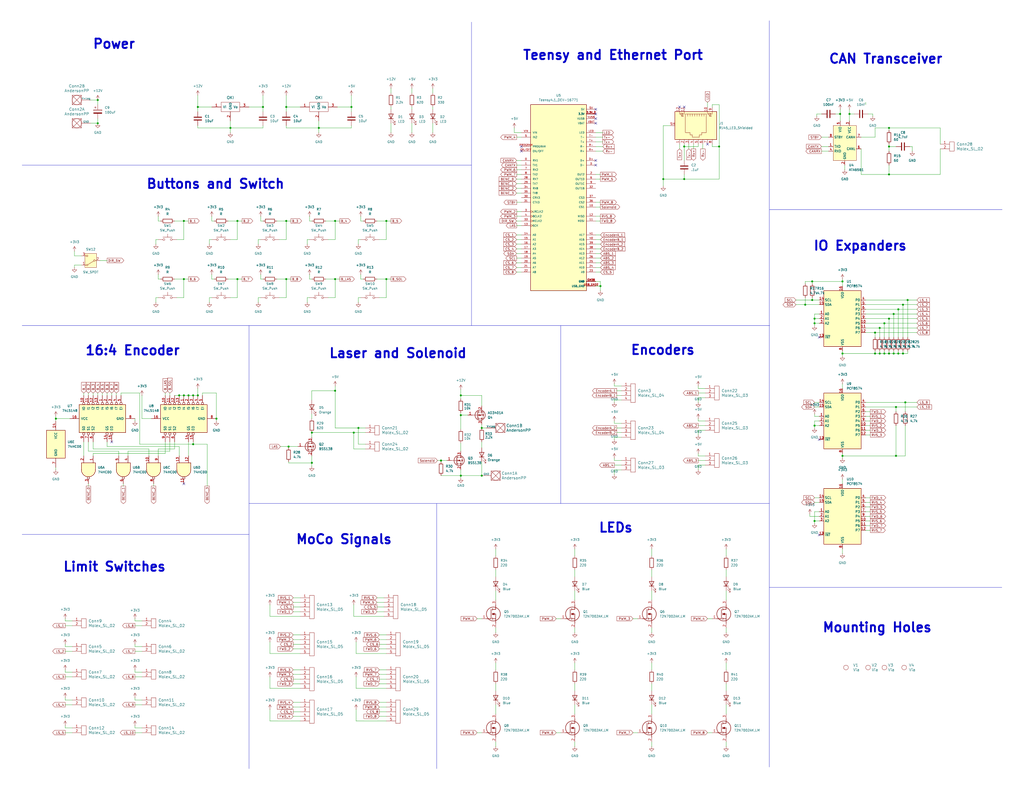
<source format=kicad_sch>
(kicad_sch (version 20231120) (generator "eeschema") (generator_version "8.0")
  (paper "C")
  (junction (at 459.74 193.04))
  (junction (at 191.77 58.42))
  (junction (at 492.76 193.04))
  (junction (at 210.82 120.65))
  (junction (at 105.41 242.57))
  (junction (at 107.95 215.9))
  (junction (at 262.89 233.68))
  (junction (at 373.38 80.01))
  (junction (at 100.33 215.9))
  (junction (at 439.42 166.37))
  (junction (at 487.68 171.45))
  (junction (at 482.6 176.53))
  (junction (at 107.95 58.42))
  (junction (at 182.88 120.65))
  (junction (at 182.88 152.4))
  (junction (at 170.18 252.73))
  (junction (at 485.14 95.25))
  (junction (at 444.5 284.48))
  (junction (at 129.54 120.65))
  (junction (at 485.14 173.99))
  (junction (at 480.06 193.04))
  (junction (at 173.99 69.85))
  (junction (at 494.03 219.71))
  (junction (at 102.87 215.9))
  (junction (at 463.55 62.23))
  (junction (at 459.74 153.67))
  (junction (at 443.23 163.83))
  (junction (at 97.79 215.9))
  (junction (at 495.3 163.83))
  (junction (at 156.21 58.42))
  (junction (at 210.82 152.4))
  (junction (at 477.52 181.61))
  (junction (at 444.5 232.41))
  (junction (at 125.73 69.85))
  (junction (at 490.22 193.04))
  (junction (at 490.22 168.91))
  (junction (at 485.14 193.04))
  (junction (at 143.51 58.42))
  (junction (at 100.33 120.65))
  (junction (at 459.74 248.92))
  (junction (at 485.14 69.85))
  (junction (at 105.41 215.9))
  (junction (at 392.43 80.01))
  (junction (at 262.89 259.715))
  (junction (at 327.66 156.21))
  (junction (at 251.46 259.715))
  (junction (at 193.04 236.22))
  (junction (at 156.21 120.65))
  (junction (at 53.34 54.61))
  (junction (at 443.23 153.67))
  (junction (at 444.5 173.99))
  (junction (at 487.68 193.04))
  (junction (at 100.33 152.4))
  (junction (at 53.34 67.31))
  (junction (at 118.11 228.6))
  (junction (at 458.47 62.23))
  (junction (at 195.58 233.68))
  (junction (at 488.95 222.25))
  (junction (at 492.76 166.37))
  (junction (at 488.95 248.92))
  (junction (at 251.46 215.9))
  (junction (at 477.52 193.04))
  (junction (at 480.06 179.07))
  (junction (at 156.21 152.4))
  (junction (at 129.54 152.4))
  (junction (at 485.14 80.01))
  (junction (at 30.48 228.6))
  (junction (at 373.38 97.79))
  (junction (at 444.5 176.53))
  (junction (at 157.48 243.84))
  (junction (at 170.18 236.22))
  (junction (at 361.95 97.79))
  (junction (at 482.6 193.04))
  (junction (at 182.88 213.36))
  (junction (at 240.665 251.46))
  (junction (at 251.46 226.695))
  (no_connect (at 370.84 58.42))
  (no_connect (at 284.48 80.01))
  (no_connect (at 325.12 87.63))
  (no_connect (at 447.04 292.1))
  (no_connect (at 60.96 241.3))
  (no_connect (at 325.12 90.17))
  (no_connect (at 325.12 59.69))
  (no_connect (at 325.12 64.77))
  (no_connect (at 447.04 240.03))
  (no_connect (at 325.12 62.23))
  (no_connect (at 447.04 184.15))
  (no_connect (at 284.48 82.55))
  (no_connect (at 373.38 58.42))
  (no_connect (at 100.33 264.16))
  (no_connect (at 386.08 78.74))
  (no_connect (at 325.12 67.31))
  (wire (pts (xy 77.47 384.81) (xy 73.66 384.81)))
  (wire (pts (xy 194.31 393.7) (xy 210.82 393.7)))
  (wire (pts (xy 177.8 120.65) (xy 182.88 120.65)))
  (wire (pts (xy 143.51 52.07) (xy 143.51 58.42)))
  (wire (pts (xy 73.66 228.6) (xy 73.66 229.87)))
  (wire (pts (xy 35.56 382.27) (xy 39.37 382.27)))
  (wire (pts (xy 443.23 153.67) (xy 459.74 153.67)))
  (wire (pts (xy 73.66 381) (xy 73.66 382.27)))
  (polyline (pts (xy 305.943 177.8) (xy 305.943 274.955)))
  (wire (pts (xy 262.89 215.9) (xy 262.89 221.615)))
  (polyline (pts (xy 12.065 291.846) (xy 135.89 291.846)))
  (wire (pts (xy 488.95 222.25) (xy 488.95 224.79)))
  (wire (pts (xy 196.85 120.65) (xy 198.12 120.65)))
  (wire (pts (xy 444.5 271.78) (xy 447.04 271.78)))
  (wire (pts (xy 160.02 328.93) (xy 163.83 328.93)))
  (wire (pts (xy 384.81 248.92) (xy 381 248.92)))
  (wire (pts (xy 355.6 322.58) (xy 355.6 327.66)))
  (wire (pts (xy 313.69 342.9) (xy 313.69 345.44)))
  (wire (pts (xy 50.8 247.65) (xy 50.8 248.92)))
  (wire (pts (xy 95.25 215.9) (xy 97.79 215.9)))
  (wire (pts (xy 55.88 214.63) (xy 55.88 215.9)))
  (polyline (pts (xy 257.302 12.065) (xy 257.302 177.8)))
  (wire (pts (xy 447.04 279.4) (xy 444.5 279.4)))
  (wire (pts (xy 125.73 69.85) (xy 143.51 69.85)))
  (wire (pts (xy 156.21 120.65) (xy 156.21 130.81)))
  (wire (pts (xy 151.13 120.65) (xy 156.21 120.65)))
  (wire (pts (xy 213.36 48.26) (xy 213.36 50.8)))
  (polyline (pts (xy 546.608 114.427) (xy 546.862 114.427)))
  (wire (pts (xy 143.51 69.85) (xy 143.51 68.58)))
  (wire (pts (xy 182.88 152.4) (xy 182.88 162.56)))
  (wire (pts (xy 147.32 369.57) (xy 147.32 375.92)))
  (wire (pts (xy 40.64 139.7) (xy 40.64 137.16)))
  (wire (pts (xy 115.57 152.4) (xy 116.84 152.4)))
  (wire (pts (xy 472.44 281.94) (xy 474.98 281.94)))
  (wire (pts (xy 355.6 311.15) (xy 355.6 314.96)))
  (wire (pts (xy 238.76 251.46) (xy 240.665 251.46)))
  (wire (pts (xy 325.12 140.97) (xy 327.66 140.97)))
  (polyline (pts (xy 419.862 11.303) (xy 419.862 418.846)))
  (wire (pts (xy 444.5 176.53) (xy 444.5 177.8)))
  (wire (pts (xy 236.22 67.31) (xy 236.22 72.39)))
  (wire (pts (xy 194.31 350.52) (xy 194.31 356.87)))
  (wire (pts (xy 281.94 133.35) (xy 284.48 133.35)))
  (wire (pts (xy 182.88 120.65) (xy 185.42 120.65)))
  (wire (pts (xy 107.95 60.96) (xy 107.95 58.42)))
  (wire (pts (xy 472.44 232.41) (xy 474.98 232.41)))
  (wire (pts (xy 281.94 146.05) (xy 284.48 146.05)))
  (wire (pts (xy 44.45 139.7) (xy 40.64 139.7)))
  (wire (pts (xy 251.46 225.425) (xy 251.46 226.695)))
  (wire (pts (xy 86.36 120.65) (xy 87.63 120.65)))
  (wire (pts (xy 458.47 59.69) (xy 458.47 62.23)))
  (wire (pts (xy 107.95 69.85) (xy 107.95 68.58)))
  (wire (pts (xy 392.43 97.79) (xy 373.38 97.79)))
  (wire (pts (xy 105.41 241.3) (xy 105.41 242.57)))
  (wire (pts (xy 210.82 162.56) (xy 207.01 162.56)))
  (wire (pts (xy 35.56 365.76) (xy 35.56 367.03)))
  (wire (pts (xy 118.11 214.63) (xy 118.11 228.6)))
  (wire (pts (xy 182.88 152.4) (xy 185.42 152.4)))
  (wire (pts (xy 345.44 337.82) (xy 347.98 337.82)))
  (wire (pts (xy 77.47 228.6) (xy 77.47 215.9)))
  (wire (pts (xy 173.99 66.04) (xy 173.99 69.85)))
  (wire (pts (xy 151.13 152.4) (xy 156.21 152.4)))
  (wire (pts (xy 210.82 130.81) (xy 207.01 130.81)))
  (wire (pts (xy 90.17 247.65) (xy 50.8 247.65)))
  (wire (pts (xy 375.92 78.74) (xy 375.92 81.28)))
  (wire (pts (xy 182.88 162.56) (xy 179.07 162.56)))
  (wire (pts (xy 48.26 246.38) (xy 64.77 246.38)))
  (wire (pts (xy 262.89 231.775) (xy 262.89 233.68)))
  (wire (pts (xy 156.21 52.07) (xy 156.21 58.42)))
  (wire (pts (xy 160.02 365.76) (xy 163.83 365.76)))
  (wire (pts (xy 396.24 405.13) (xy 396.24 407.67)))
  (wire (pts (xy 35.56 353.06) (xy 39.37 353.06)))
  (wire (pts (xy 129.54 152.4) (xy 132.08 152.4)))
  (wire (pts (xy 472.44 171.45) (xy 487.68 171.45)))
  (wire (pts (xy 207.01 386.08) (xy 210.82 386.08)))
  (polyline (pts (xy 135.89 274.955) (xy 419.862 274.955)))
  (wire (pts (xy 157.48 252.73) (xy 170.18 252.73)))
  (wire (pts (xy 195.58 130.81) (xy 195.58 133.35)))
  (wire (pts (xy 381 256.54) (xy 381 254)))
  (wire (pts (xy 140.97 130.81) (xy 140.97 133.35)))
  (wire (pts (xy 280.67 72.39) (xy 280.67 69.85)))
  (wire (pts (xy 110.49 215.9) (xy 110.49 214.63)))
  (wire (pts (xy 494.03 219.71) (xy 494.03 224.79)))
  (wire (pts (xy 335.28 218.44) (xy 339.09 218.44)))
  (wire (pts (xy 147.32 393.7) (xy 163.83 393.7)))
  (wire (pts (xy 381 217.17) (xy 384.81 217.17)))
  (wire (pts (xy 325.12 82.55) (xy 328.93 82.55)))
  (wire (pts (xy 444.5 171.45) (xy 444.5 173.99)))
  (wire (pts (xy 147.32 350.52) (xy 147.32 356.87)))
  (wire (pts (xy 207.01 346.71) (xy 210.82 346.71)))
  (wire (pts (xy 463.55 59.69) (xy 463.55 62.23)))
  (wire (pts (xy 156.21 152.4) (xy 156.21 162.56)))
  (wire (pts (xy 213.36 58.42) (xy 213.36 59.69)))
  (wire (pts (xy 191.77 60.96) (xy 191.77 58.42)))
  (wire (pts (xy 447.04 232.41) (xy 444.5 232.41)))
  (wire (pts (xy 396.24 342.9) (xy 396.24 345.44)))
  (wire (pts (xy 482.6 176.53) (xy 500.38 176.53)))
  (wire (pts (xy 205.74 331.47) (xy 209.55 331.47)))
  (wire (pts (xy 58.42 214.63) (xy 58.42 215.9)))
  (wire (pts (xy 156.21 152.4) (xy 158.75 152.4)))
  (wire (pts (xy 444.5 219.71) (xy 447.04 219.71)))
  (wire (pts (xy 48.26 265.43) (xy 48.26 264.16)))
  (wire (pts (xy 199.39 236.22) (xy 193.04 236.22)))
  (wire (pts (xy 281.94 105.41) (xy 284.48 105.41)))
  (wire (pts (xy 335.28 209.55) (xy 335.28 210.82)))
  (wire (pts (xy 182.88 120.65) (xy 182.88 130.81)))
  (wire (pts (xy 447.04 284.48) (xy 444.5 284.48)))
  (wire (pts (xy 251.46 259.715) (xy 262.89 259.715)))
  (wire (pts (xy 335.28 219.71) (xy 335.28 218.44)))
  (wire (pts (xy 381 254) (xy 384.81 254)))
  (wire (pts (xy 191.77 69.85) (xy 191.77 68.58)))
  (polyline (pts (xy 135.89 177.8) (xy 135.89 419.735)))
  (wire (pts (xy 193.04 336.55) (xy 209.55 336.55)))
  (wire (pts (xy 196.85 118.11) (xy 196.85 120.65)))
  (wire (pts (xy 381 229.87) (xy 381 228.6)))
  (wire (pts (xy 335.28 254) (xy 339.09 254)))
  (wire (pts (xy 156.21 69.85) (xy 156.21 68.58)))
  (wire (pts (xy 325.12 153.67) (xy 327.66 153.67)))
  (wire (pts (xy 384.81 212.09) (xy 381 212.09)))
  (wire (pts (xy 86.36 245.11) (xy 86.36 248.92)))
  (wire (pts (xy 73.66 365.76) (xy 73.66 367.03)))
  (wire (pts (xy 35.56 337.82) (xy 35.56 339.09)))
  (wire (pts (xy 492.76 166.37) (xy 492.76 184.15)))
  (wire (pts (xy 477.52 191.77) (xy 477.52 193.04)))
  (wire (pts (xy 335.28 210.82) (xy 339.09 210.82)))
  (wire (pts (xy 488.95 248.92) (xy 459.74 248.92)))
  (wire (pts (xy 170.18 236.22) (xy 170.18 238.76)))
  (wire (pts (xy 129.54 162.56) (xy 125.73 162.56)))
  (wire (pts (xy 196.85 149.86) (xy 196.85 152.4)))
  (wire (pts (xy 262.89 233.68) (xy 265.43 233.68)))
  (polyline (pts (xy 238.252 274.955) (xy 238.252 419.735)))
  (wire (pts (xy 313.69 322.58) (xy 313.69 327.66)))
  (wire (pts (xy 35.56 396.24) (xy 35.56 397.51)))
  (wire (pts (xy 281.94 110.49) (xy 284.48 110.49)))
  (wire (pts (xy 381 212.09) (xy 381 210.82)))
  (wire (pts (xy 86.36 149.86) (xy 86.36 152.4)))
  (wire (pts (xy 476.25 62.23) (xy 473.71 62.23)))
  (wire (pts (xy 439.42 153.67) (xy 443.23 153.67)))
  (wire (pts (xy 39.37 384.81) (xy 35.56 384.81)))
  (wire (pts (xy 262.89 252.095) (xy 262.89 259.715)))
  (wire (pts (xy 92.71 246.38) (xy 69.85 246.38)))
  (wire (pts (xy 485.14 191.77) (xy 485.14 193.04)))
  (wire (pts (xy 325.12 74.93) (xy 328.93 74.93)))
  (wire (pts (xy 39.37 369.57) (xy 35.56 369.57)))
  (wire (pts (xy 480.06 193.04) (xy 477.52 193.04)))
  (wire (pts (xy 336.55 213.36) (xy 339.09 213.36)))
  (wire (pts (xy 170.18 213.36) (xy 170.18 218.44)))
  (wire (pts (xy 396.24 299.72) (xy 396.24 303.53)))
  (wire (pts (xy 86.36 152.4) (xy 87.63 152.4)))
  (wire (pts (xy 81.28 245.11) (xy 81.28 248.92)))
  (wire (pts (xy 173.99 69.85) (xy 191.77 69.85)))
  (wire (pts (xy 77.47 341.63) (xy 73.66 341.63)))
  (wire (pts (xy 480.06 179.07) (xy 500.38 179.07)))
  (wire (pts (xy 205.74 326.39) (xy 209.55 326.39)))
  (wire (pts (xy 205.74 334.01) (xy 209.55 334.01)))
  (wire (pts (xy 160.02 346.71) (xy 163.83 346.71)))
  (wire (pts (xy 160.02 354.33) (xy 163.83 354.33)))
  (wire (pts (xy 73.66 396.24) (xy 73.66 397.51)))
  (wire (pts (xy 485.14 80.01) (xy 485.14 82.55)))
  (wire (pts (xy 85.09 130.81) (xy 85.09 133.35)))
  (wire (pts (xy 281.94 118.11) (xy 284.48 118.11)))
  (wire (pts (xy 281.94 100.33) (xy 284.48 100.33)))
  (wire (pts (xy 381 219.71) (xy 381 217.17)))
  (wire (pts (xy 313.69 384.81) (xy 313.69 389.89)))
  (wire (pts (xy 378.46 78.74) (xy 378.46 81.28)))
  (wire (pts (xy 472.44 168.91) (xy 490.22 168.91)))
  (wire (pts (xy 325.12 110.49) (xy 327.66 110.49)))
  (wire (pts (xy 205.74 120.65) (xy 210.82 120.65)))
  (wire (pts (xy 168.91 130.81) (xy 167.64 130.81)))
  (wire (pts (xy 463.55 62.23) (xy 463.55 66.04)))
  (wire (pts (xy 381 78.74) (xy 381 80.01)))
  (wire (pts (xy 472.44 57.15) (xy 472.44 55.88)))
  (wire (pts (xy 477.52 69.85) (xy 485.14 69.85)))
  (wire (pts (xy 129.54 120.65) (xy 129.54 130.81)))
  (wire (pts (xy 251.46 241.935) (xy 251.46 246.38)))
  (wire (pts (xy 313.69 299.72) (xy 313.69 303.53)))
  (wire (pts (xy 485.14 69.85) (xy 485.14 71.12)))
  (wire (pts (xy 30.48 256.54) (xy 30.48 255.27)))
  (wire (pts (xy 177.8 152.4) (xy 182.88 152.4)))
  (wire (pts (xy 270.51 384.81) (xy 270.51 389.89)))
  (wire (pts (xy 48.26 214.63) (xy 48.26 215.9)))
  (wire (pts (xy 325.12 113.03) (xy 327.66 113.03)))
  (wire (pts (xy 35.56 351.79) (xy 35.56 353.06)))
  (wire (pts (xy 472.44 166.37) (xy 492.76 166.37)))
  (wire (pts (xy 49.53 54.61) (xy 53.34 54.61)))
  (wire (pts (xy 281.94 102.87) (xy 284.48 102.87)))
  (wire (pts (xy 459.74 209.55) (xy 459.74 212.09)))
  (wire (pts (xy 236.22 48.26) (xy 236.22 50.8)))
  (wire (pts (xy 207.01 373.38) (xy 210.82 373.38)))
  (wire (pts (xy 472.44 271.78) (xy 474.98 271.78)))
  (wire (pts (xy 392.43 80.01) (xy 392.43 97.79)))
  (wire (pts (xy 199.39 245.11) (xy 193.04 245.11)))
  (wire (pts (xy 459.74 191.77) (xy 459.74 193.04)))
  (wire (pts (xy 485.14 173.99) (xy 485.14 184.15)))
  (wire (pts (xy 60.96 214.63) (xy 60.96 215.9)))
  (wire (pts (xy 147.32 330.2) (xy 147.32 336.55)))
  (wire (pts (xy 469.9 81.28) (xy 469.9 95.25)))
  (polyline (pts (xy 12.065 90.17) (xy 257.302 90.17)))
  (wire (pts (xy 325.12 72.39) (xy 328.93 72.39)))
  (wire (pts (xy 463.55 62.23) (xy 466.09 62.23)))
  (wire (pts (xy 39.37 400.05) (xy 35.56 400.05)))
  (wire (pts (xy 281.94 148.59) (xy 284.48 148.59)))
  (wire (pts (xy 224.79 58.42) (xy 224.79 59.69)))
  (wire (pts (xy 73.66 337.82) (xy 73.66 339.09)))
  (wire (pts (xy 270.51 405.13) (xy 270.51 407.67)))
  (wire (pts (xy 447.04 281.94) (xy 441.96 281.94)))
  (wire (pts (xy 370.84 78.74) (xy 370.84 81.28)))
  (wire (pts (xy 303.53 400.05) (xy 306.07 400.05)))
  (wire (pts (xy 477.52 181.61) (xy 500.38 181.61)))
  (wire (pts (xy 48.26 241.3) (xy 48.26 246.38)))
  (wire (pts (xy 373.38 80.01) (xy 373.38 87.63)))
  (wire (pts (xy 85.09 162.56) (xy 85.09 165.1)))
  (wire (pts (xy 487.68 171.45) (xy 500.38 171.45)))
  (wire (pts (xy 115.57 162.56) (xy 114.3 162.56)))
  (wire (pts (xy 482.6 176.53) (xy 482.6 184.15)))
  (wire (pts (xy 156.21 58.42) (xy 163.83 58.42)))
  (wire (pts (xy 335.28 256.54) (xy 339.09 256.54)))
  (wire (pts (xy 73.66 339.09) (xy 77.47 339.09)))
  (wire (pts (xy 459.74 152.4) (xy 459.74 153.67)))
  (wire (pts (xy 336.55 236.22) (xy 339.09 236.22)))
  (wire (pts (xy 325.12 95.25) (xy 327.66 95.25)))
  (wire (pts (xy 472.44 284.48) (xy 474.98 284.48)))
  (wire (pts (xy 281.94 92.71) (xy 284.48 92.71)))
  (wire (pts (xy 270.51 322.58) (xy 270.51 327.66)))
  (wire (pts (xy 142.24 118.11) (xy 142.24 120.65)))
  (wire (pts (xy 35.56 367.03) (xy 39.37 367.03)))
  (wire (pts (xy 196.85 152.4) (xy 198.12 152.4)))
  (wire (pts (xy 381 248.92) (xy 381 247.65)))
  (wire (pts (xy 444.5 229.87) (xy 444.5 232.41)))
  (wire (pts (xy 67.31 265.43) (xy 67.31 264.16)))
  (wire (pts (xy 142.24 120.65) (xy 143.51 120.65)))
  (wire (pts (xy 381 251.46) (xy 384.81 251.46)))
  (wire (pts (xy 281.94 97.79) (xy 284.48 97.79)))
  (wire (pts (xy 447.04 229.87) (xy 444.5 229.87)))
  (wire (pts (xy 444.5 284.48) (xy 444.5 285.75)))
  (wire (pts (xy 73.66 351.79) (xy 73.66 353.06)))
  (wire (pts (xy 97.79 243.84) (xy 97.79 248.92)))
  (wire (pts (xy 35.56 397.51) (xy 39.37 397.51)))
  (wire (pts (xy 49.53 67.31) (xy 53.34 67.31)))
  (wire (pts (xy 485.14 173.99) (xy 500.38 173.99)))
  (polyline (pts (xy 419.862 320.675) (xy 546.735 320.675)))
  (wire (pts (xy 459.74 193.04) (xy 459.74 194.31)))
  (wire (pts (xy 107.95 52.07) (xy 107.95 58.42)))
  (wire (pts (xy 107.95 58.42) (xy 115.57 58.42)))
  (wire (pts (xy 110.49 214.63) (xy 118.11 214.63)))
  (wire (pts (xy 492.76 191.77) (xy 492.76 193.04)))
  (wire (pts (xy 115.57 118.11) (xy 115.57 120.65)))
  (wire (pts (xy 135.89 58.42) (xy 143.51 58.42)))
  (wire (pts (xy 82.55 228.6) (xy 77.47 228.6)))
  (wire (pts (xy 39.37 355.6) (xy 35.56 355.6)))
  (wire (pts (xy 472.44 229.87) (xy 474.98 229.87)))
  (wire (pts (xy 142.24 152.4) (xy 143.51 152.4)))
  (wire (pts (xy 485.14 69.85) (xy 513.08 69.85)))
  (wire (pts (xy 361.95 97.79) (xy 361.95 101.6)))
  (wire (pts (xy 195.58 162.56) (xy 195.58 165.1)))
  (wire (pts (xy 472.44 276.86) (xy 474.98 276.86)))
  (wire (pts (xy 490.22 168.91) (xy 500.38 168.91)))
  (wire (pts (xy 495.3 193.04) (xy 492.76 193.04)))
  (wire (pts (xy 207.01 370.84) (xy 210.82 370.84)))
  (wire (pts (xy 262.89 215.9) (xy 251.46 215.9)))
  (wire (pts (xy 100.33 120.65) (xy 100.33 130.81)))
  (wire (pts (xy 30.48 228.6) (xy 30.48 229.87)))
  (wire (pts (xy 335.28 240.03) (xy 335.28 238.76)))
  (wire (pts (xy 477.52 193.04) (xy 459.74 193.04)))
  (wire (pts (xy 281.94 74.93) (xy 284.48 74.93)))
  (wire (pts (xy 92.71 214.63) (xy 92.71 215.9)))
  (wire (pts (xy 262.89 241.3) (xy 262.89 244.475)))
  (wire (pts (xy 381 237.49) (xy 381 234.95)))
  (wire (pts (xy 396.24 311.15) (xy 396.24 314.96)))
  (wire (pts (xy 124.46 120.65) (xy 129.54 120.65)))
  (wire (pts (xy 115.57 120.65) (xy 116.84 120.65)))
  (wire (pts (xy 97.79 215.9) (xy 100.33 215.9)))
  (wire (pts (xy 236.22 58.42) (xy 236.22 59.69)))
  (wire (pts (xy 325.12 97.79) (xy 327.66 97.79)))
  (wire (pts (xy 35.56 339.09) (xy 39.37 339.09)))
  (wire (pts (xy 210.82 152.4) (xy 213.36 152.4)))
  (wire (pts (xy 210.82 152.4) (xy 210.82 162.56)))
  (wire (pts (xy 168.91 120.65) (xy 170.18 120.65)))
  (wire (pts (xy 125.73 66.04) (xy 125.73 69.85)))
  (wire (pts (xy 168.91 118.11) (xy 168.91 120.65)))
  (wire (pts (xy 270.51 299.72) (xy 270.51 303.53)))
  (wire (pts (xy 373.38 78.74) (xy 373.38 80.01)))
  (wire (pts (xy 472.44 219.71) (xy 494.03 219.71)))
  (wire (pts (xy 207.01 354.33) (xy 210.82 354.33)))
  (wire (pts (xy 361.95 97.79) (xy 373.38 97.79)))
  (wire (pts (xy 251.46 256.54) (xy 251.46 259.715)))
  (wire (pts (xy 105.41 242.57) (xy 76.2 242.57)))
  (wire (pts (xy 194.31 369.57) (xy 194.31 375.92)))
  (wire (pts (xy 69.85 246.38) (xy 69.85 248.92)))
  (wire (pts (xy 35.56 381) (xy 35.56 382.27)))
  (wire (pts (xy 472.44 227.33) (xy 474.98 227.33)))
  (wire (pts (xy 485.14 78.74) (xy 485.14 80.01)))
  (wire (pts (xy 335.28 251.46) (xy 335.28 250.19)))
  (wire (pts (xy 469.9 74.93) (xy 477.52 74.93)))
  (wire (pts (xy 335.28 238.76) (xy 339.09 238.76)))
  (wire (pts (xy 30.48 228.6) (xy 38.1 228.6)))
  (polyline (pts (xy 419.989 114.427) (xy 546.608 114.427)))
  (wire (pts (xy 86.36 130.81) (xy 85.09 130.81)))
  (wire (pts (xy 303.53 337.82) (xy 306.07 337.82)))
  (polyline (pts (xy 12.065 177.8) (xy 419.989 177.8)))
  (wire (pts (xy 147.32 356.87) (xy 163.83 356.87)))
  (wire (pts (xy 443.23 154.94) (xy 443.23 153.67)))
  (wire (pts (xy 53.34 64.77) (xy 53.34 67.31)))
  (wire (pts (xy 388.62 57.15) (xy 392.43 57.15)))
  (wire (pts (xy 480.06 179.07) (xy 480.06 184.15)))
  (wire (pts (xy 194.31 375.92) (xy 210.82 375.92)))
  (wire (pts (xy 224.79 48.26) (xy 224.79 50.8)))
  (wire (pts (xy 167.64 162.56) (xy 167.64 165.1)))
  (wire (pts (xy 142.24 162.56) (xy 140.97 162.56)))
  (wire (pts (xy 482.6 193.04) (xy 480.06 193.04)))
  (wire (pts (xy 336.55 215.9) (xy 339.09 215.9)))
  (wire (pts (xy 53.34 54.61) (xy 53.34 57.15)))
  (wire (pts (xy 281.94 128.27) (xy 284.48 128.27)))
  (wire (pts (xy 195.58 233.68) (xy 182.88 233.68)))
  (wire (pts (xy 447.04 166.37) (xy 439.42 166.37)))
  (wire (pts (xy 107.95 212.09) (xy 107.95 215.9)))
  (wire (pts (xy 472.44 176.53) (xy 482.6 176.53)))
  (wire (pts (xy 160.02 331.47) (xy 163.83 331.47)))
  (wire (pts (xy 513.08 81.28) (xy 513.08 95.25)))
  (wire (pts (xy 492.76 166.37) (xy 500.38 166.37)))
  (wire (pts (xy 207.01 388.62) (xy 210.82 388.62)))
  (wire (pts (xy 95.25 120.65) (xy 100.33 120.65)))
  (wire (pts (xy 485.14 95.25) (xy 485.14 90.17)))
  (wire (pts (xy 77.47 355.6) (xy 73.66 355.6)))
  (wire (pts (xy 251.46 259.715) (xy 251.46 260.985)))
  (wire (pts (xy 445.77 62.23) (xy 445.77 63.5)))
  (wire (pts (xy 281.94 140.97) (xy 284.48 140.97)))
  (wire (pts (xy 477.52 181.61) (xy 477.52 184.15)))
  (wire (pts (xy 339.09 251.46) (xy 335.28 251.46)))
  (wire (pts (xy 488.95 232.41) (xy 488.95 248.92)))
  (wire (pts (xy 472.44 163.83) (xy 495.3 163.83)))
  (wire (pts (xy 494.03 219.71) (xy 500.38 219.71)))
  (wire (pts (xy 441.96 281.94) (xy 441.96 280.67)))
  (wire (pts (xy 182.88 210.82) (xy 182.88 213.36)))
  (wire (pts (xy 448.31 74.93) (xy 452.12 74.93)))
  (wire (pts (xy 260.35 400.05) (xy 262.89 400.05)))
  (wire (pts (xy 447.04 171.45) (xy 444.5 171.45)))
  (wire (pts (xy 490.22 191.77) (xy 490.22 193.04)))
  (wire (pts (xy 194.31 387.35) (xy 194.31 393.7)))
  (wire (pts (xy 447.04 163.83) (xy 443.23 163.83)))
  (wire (pts (xy 485.14 80.01) (xy 488.95 80.01)))
  (wire (pts (xy 160.02 370.84) (xy 163.83 370.84)))
  (wire (pts (xy 140.97 162.56) (xy 140.97 165.1)))
  (wire (pts (xy 95.25 241.3) (xy 95.25 245.11)))
  (wire (pts (xy 63.5 214.63) (xy 63.5 215.9)))
  (wire (pts (xy 73.66 382.27) (xy 77.47 382.27)))
  (wire (pts (xy 392.43 57.15) (xy 392.43 80.01)))
  (wire (pts (xy 361.95 68.58) (xy 361.95 97.79)))
  (wire (pts (xy 373.38 80.01) (xy 381 80.01)))
  (wire (pts (xy 156.21 120.65) (xy 158.75 120.65)))
  (wire (pts (xy 480.06 191.77) (xy 480.06 193.04)))
  (wire (pts (xy 207.01 383.54) (xy 210.82 383.54)))
  (wire (pts (xy 472.44 224.79) (xy 474.98 224.79)))
  (wire (pts (xy 170.18 248.92) (xy 170.18 252.73)))
  (wire (pts (xy 335.28 231.14) (xy 339.09 231.14)))
  (wire (pts (xy 168.91 149.86) (xy 168.91 152.4)))
  (wire (pts (xy 194.31 356.87) (xy 210.82 356.87)))
  (wire (pts (xy 160.02 373.38) (xy 163.83 373.38)))
  (wire (pts (xy 125.73 69.85) (xy 125.73 72.39)))
  (wire (pts (xy 77.47 400.05) (xy 73.66 400.05)))
  (wire (pts (xy 472.44 274.32) (xy 474.98 274.32)))
  (wire (pts (xy 513.08 69.85) (xy 513.08 78.74)))
  (wire (pts (xy 396.24 322.58) (xy 396.24 327.66)))
  (wire (pts (xy 281.94 120.65) (xy 284.48 120.65)))
  (wire (pts (xy 388.62 80.01) (xy 392.43 80.01)))
  (wire (pts (xy 381 234.95) (xy 384.81 234.95)))
  (wire (pts (xy 100.33 152.4) (xy 100.33 162.56)))
  (wire (pts (xy 455.93 62.23) (xy 458.47 62.23)))
  (wire (pts (xy 388.62 78.74) (xy 388.62 80.01)))
  (wire (pts (xy 173.99 69.85) (xy 173.99 72.39)))
  (wire (pts (xy 196.85 162.56) (xy 195.58 162.56)))
  (wire (pts (xy 95.25 245.11) (xy 86.36 245.11)))
  (wire (pts (xy 66.04 214.63) (xy 66.04 215.9)))
  (wire (pts (xy 313.69 311.15) (xy 313.69 314.96)))
  (wire (pts (xy 459.74 248.92) (xy 459.74 250.19)))
  (wire (pts (xy 381 232.41) (xy 384.81 232.41)))
  (wire (pts (xy 281.94 123.19) (xy 284.48 123.19)))
  (wire (pts (xy 497.84 82.55) (xy 497.84 80.01)))
  (wire (pts (xy 270.51 373.38) (xy 270.51 377.19)))
  (wire (pts (xy 105.41 242.57) (xy 113.03 242.57)))
  (wire (pts (xy 251.46 215.9) (xy 251.46 217.805)))
  (wire (pts (xy 373.38 97.79) (xy 373.38 95.25)))
  (wire (pts (xy 325.12 80.01) (xy 328.93 80.01)))
  (wire (pts (xy 327.66 153.67) (xy 327.66 156.21)))
  (wire (pts (xy 472.44 181.61) (xy 477.52 181.61)))
  (wire (pts (xy 281.94 143.51) (xy 284.48 143.51)))
  (wire (pts (xy 355.6 299.72) (xy 355.6 303.53)))
  (wire (pts (xy 45.72 214.63) (xy 45.72 215.9)))
  (wire (pts (xy 386.08 55.88) (xy 386.08 58.42)))
  (wire (pts (xy 281.94 90.17) (xy 284.48 90.17)))
  (wire (pts (xy 160.02 334.01) (xy 163.83 334.01)))
  (wire (pts (xy 90.17 214.63) (xy 90.17 215.9)))
  (wire (pts (xy 383.54 78.74) (xy 383.54 81.28)))
  (wire (pts (xy 207.01 365.76) (xy 210.82 365.76)))
  (wire (pts (xy 64.77 246.38) (xy 64.77 248.92)))
  (wire (pts (xy 50.8 241.3) (xy 50.8 245.11)))
  (wire (pts (xy 459.74 261.62) (xy 459.74 264.16)))
  (wire (pts (xy 434.34 163.83) (xy 443.23 163.83)))
  (wire (pts (xy 182.88 213.36) (xy 170.18 213.36)))
  (wire (pts (xy 325.12 120.65) (xy 327.66 120.65)))
  (wire (pts (xy 170.18 226.06) (xy 170.18 228.6)))
  (wire (pts (xy 325.12 143.51) (xy 327.66 143.51)))
  (wire (pts (xy 157.48 244.475) (xy 157.48 243.84)))
  (wire (pts (xy 444.5 274.32) (xy 447.04 274.32)))
  (wire (pts (xy 459.74 299.72) (xy 459.74 302.26)))
  (wire (pts (xy 325.12 156.21) (xy 327.66 156.21)))
  (wire (pts (xy 281.94 135.89) (xy 284.48 135.89)))
  (wire (pts (xy 487.68 193.04) (xy 485.14 193.04)))
  (wire (pts (xy 35.56 341.63) (xy 39.37 341.63)))
  (wire (pts (xy 325.12 128.27) (xy 327.66 128.27)))
  (wire (pts (xy 365.76 68.58) (xy 361.95 68.58)))
  (wire (pts (xy 58.42 241.3) (xy 58.42 243.84)))
  (wire (pts (xy 199.39 233.68) (xy 195.58 233.68)))
  (wire (pts (xy 251.46 212.725) (xy 251.46 215.9)))
  (wire (pts (xy 100.33 162.56) (xy 96.52 162.56)))
  (wire (pts (xy 153.035 243.84) (xy 157.48 243.84)))
  (wire (pts (xy 494.03 232.41) (xy 494.03 248.92)))
  (wire (pts (xy 472.44 179.07) (xy 480.06 179.07)))
  (wire (pts (xy 325.12 118.11) (xy 327.66 118.11)))
  (wire (pts (xy 50.8 214.63) (xy 50.8 215.9)))
  (wire (pts (xy 448.31 82.55) (xy 452.12 82.55)))
  (wire (pts (xy 448.31 80.01) (xy 452.12 80.01)))
  (wire (pts (xy 115.57 130.81) (xy 114.3 130.81)))
  (wire (pts (xy 325.12 133.35) (xy 327.66 133.35)))
  (wire (pts (xy 335.28 229.87) (xy 335.28 231.14)))
  (wire (pts (xy 30.48 227.33) (xy 30.48 228.6)))
  (wire (pts (xy 58.42 243.84) (xy 97.79 243.84)))
  (wire (pts (xy 284.48 72.39) (xy 280.67 72.39)))
  (wire (pts (xy 207.01 368.3) (xy 210.82 368.3)))
  (wire (pts (xy 205.74 328.93) (xy 209.55 328.93)))
  (wire (pts (xy 444.5 222.25) (xy 447.04 222.25)))
  (wire (pts (xy 336.55 233.68) (xy 339.09 233.68)))
  (wire (pts (xy 129.54 130.81) (xy 125.73 130.81)))
  (wire (pts (xy 513.08 95.25) (xy 485.14 95.25)))
  (wire (pts (xy 396.24 373.38) (xy 396.24 377.19)))
  (wire (pts (xy 147.32 375.92) (xy 163.83 375.92)))
  (wire (pts (xy 434.34 166.37) (xy 439.42 166.37)))
  (wire (pts (xy 487.68 191.77) (xy 487.68 193.04)))
  (wire (pts (xy 472.44 222.25) (xy 488.95 222.25)))
  (wire (pts (xy 113.03 242.57) (xy 113.03 265.43)))
  (wire (pts (xy 210.82 120.65) (xy 210.82 130.81)))
  (wire (pts (xy 107.95 69.85) (xy 125.73 69.85)))
  (wire (pts (xy 193.04 245.11) (xy 193.04 236.22)))
  (wire (pts (xy 124.46 152.4) (xy 129.54 152.4)))
  (wire (pts (xy 102.87 215.9) (xy 105.41 215.9)))
  (wire (pts (xy 156.21 60.96) (xy 156.21 58.42)))
  (wire (pts (xy 355.6 405.13) (xy 355.6 407.67)))
  (wire (pts (xy 157.48 252.095) (xy 157.48 252.73)))
  (wire (pts (xy 476.25 63.5) (xy 476.25 62.23)))
  (wire (pts (xy 129.54 120.65) (xy 132.08 120.65)))
  (wire (pts (xy 92.71 241.3) (xy 92.71 246.38)))
  (wire (pts (xy 147.32 336.55) (xy 163.83 336.55)))
  (wire (pts (xy 281.94 130.81) (xy 284.48 130.81)))
  (wire (pts (xy 102.87 241.3) (xy 102.87 248.92)))
  (wire (pts (xy 83.82 265.43) (xy 83.82 264.16)))
  (wire (pts (xy 114.3 162.56) (xy 114.3 165.1)))
  (wire (pts (xy 472.44 234.95) (xy 474.98 234.95)))
  (wire (pts (xy 100.33 130.81) (xy 96.52 130.81)))
  (wire (pts (xy 270.51 361.95) (xy 270.51 365.76)))
  (wire (pts (xy 443.23 163.83) (xy 443.23 162.56)))
  (wire (pts (xy 492.76 193.04) (xy 490.22 193.04)))
  (wire (pts (xy 495.3 191.77) (xy 495.3 193.04)))
  (wire (pts (xy 495.3 163.83) (xy 500.38 163.83)))
  (wire (pts (xy 325.12 146.05) (xy 327.66 146.05)))
  (wire (pts (xy 142.24 149.86) (xy 142.24 152.4)))
  (wire (pts (xy 240.665 259.715) (xy 251.46 259.715)))
  (wire (pts (xy 396.24 384.81) (xy 396.24 389.89)))
  (wire (pts (xy 160.02 349.25) (xy 163.83 349.25)))
  (wire (pts (xy 444.5 227.33) (xy 444.5 226.06)))
  (wire (pts (xy 482.6 191.77) (xy 482.6 193.04)))
  (wire (pts (xy 355.6 342.9) (xy 355.6 345.44)))
  (wire (pts (xy 458.47 62.23) (xy 458.47 66.04)))
  (wire (pts (xy 386.08 400.05) (xy 388.62 400.05)))
  (wire (pts (xy 313.69 373.38) (xy 313.69 377.19)))
  (wire (pts (xy 160.02 351.79) (xy 163.83 351.79)))
  (wire (pts (xy 459.74 153.67) (xy 459.74 156.21)))
  (wire (pts (xy 325.12 135.89) (xy 327.66 135.89)))
  (wire (pts (xy 448.31 62.23) (xy 445.77 62.23)))
  (wire (pts (xy 114.3 130.81) (xy 114.3 133.35)))
  (wire (pts (xy 100.33 120.65) (xy 102.87 120.65)))
  (wire (pts (xy 497.84 80.01) (xy 496.57 80.01)))
  (wire (pts (xy 472.44 287.02) (xy 474.98 287.02)))
  (wire (pts (xy 240.665 251.46) (xy 243.84 251.46)))
  (wire (pts (xy 196.85 130.81) (xy 195.58 130.81)))
  (wire (pts (xy 281.94 115.57) (xy 284.48 115.57)))
  (wire (pts (xy 205.74 152.4) (xy 210.82 152.4)))
  (wire (pts (xy 345.44 400.05) (xy 347.98 400.05)))
  (wire (pts (xy 251.46 226.695) (xy 255.27 226.695)))
  (wire (pts (xy 157.48 243.84) (xy 162.56 243.84)))
  (wire (pts (xy 100.33 152.4) (xy 102.87 152.4)))
  (wire (pts (xy 210.82 120.65) (xy 213.36 120.65)))
  (wire (pts (xy 459.74 247.65) (xy 459.74 248.92)))
  (wire (pts (xy 240.665 251.46) (xy 240.665 252.095)))
  (wire (pts (xy 472.44 237.49) (xy 474.98 237.49)))
  (wire (pts (xy 193.04 330.2) (xy 193.04 336.55)))
  (wire (pts (xy 447.04 176.53) (xy 444.5 176.53)))
  (wire (pts (xy 53.34 214.63) (xy 53.34 215.9)))
  (wire (pts (xy 251.46 226.695) (xy 251.46 234.315)))
  (wire (pts (xy 439.42 154.94) (xy 439.42 153.67)))
  (wire (pts (xy 170.18 252.73) (xy 170.18 254.635)))
  (wire (pts (xy 95.25 152.4) (xy 100.33 152.4)))
  (wire (pts (xy 224.79 67.31) (xy 224.79 72.39)))
  (wire (pts (xy 381 214.63) (xy 384.81 214.63)))
  (wire (pts (xy 207.01 351.79) (xy 210.82 351.79)))
  (wire (pts (xy 168.91 152.4) (xy 170.18 152.4)))
  (wire (pts (xy 355.6 361.95) (xy 355.6 365.76)))
  (wire (pts (xy 494.03 248.92) (xy 488.95 248.92)))
  (wire (pts (xy 156.21 130.81) (xy 152.4 130.81)))
  (wire (pts (xy 384.81 229.87) (xy 381 229.87)))
  (wire (pts (xy 281.94 95.25) (xy 284.48 95.25)))
  (wire (pts (xy 182.88 130.81) (xy 179.07 130.81)))
  (wire (pts (xy 477.52 74.93) (xy 477.52 69.85)))
  (wire (pts (xy 77.47 369.57) (xy 73.66 369.57)))
  (wire (pts (xy 160.02 326.39) (xy 163.83 326.39)))
  (wire (pts (xy 447.04 173.99) (xy 444.5 173.99)))
  (wire (pts (xy 325.12 77.47) (xy 328.93 77.47)))
  (wire (pts (xy 396.24 361.95) (xy 396.24 365.76)))
  (wire (pts (xy 388.62 58.42) (xy 388.62 57.15)))
  (wire (pts (xy 86.36 118.11) (xy 86.36 120.65)))
  (wire (pts (xy 168.91 162.56) (xy 167.64 162.56)))
  (wire (pts (xy 105.41 215.9) (xy 107.95 215.9)))
  (wire (pts (xy 199.39 242.57) (xy 195.58 242.57)))
  (wire (pts (xy 76.2 214.63) (xy 66.04 214.63)))
  (wire (pts (xy 355.6 384.81) (xy 355.6 389.89)))
  (wire (pts (xy 444.5 232.41) (xy 444.5 233.68)))
  (wire (pts (xy 260.35 337.82) (xy 262.89 337.82)))
  (wire (pts (xy 207.01 349.25) (xy 210.82 349.25)))
  (wire (pts (xy 386.08 337.82) (xy 388.62 337.82)))
  (wire (pts (xy 160.02 391.16) (xy 163.83 391.16)))
  (wire (pts (xy 327.66 156.21) (xy 327.66 158.75)))
  (wire (pts (xy 44.45 144.78) (xy 40.64 144.78)))
  (wire (pts (xy 469.9 95.25) (xy 485.14 95.25)))
  (wire (pts (xy 86.36 162.56) (xy 85.09 162.56)))
  (wire (pts (xy 156.21 69.85) (xy 173.99 69.85)))
  (wire (pts (xy 313.69 405.13) (xy 313.69 407.67)))
  (wire (pts (xy 143.51 60.96) (xy 143.51 58.42)))
  (wire (pts (xy 444.5 173.99) (xy 444.5 176.53)))
  (wire (pts (xy 142.24 130.81) (xy 140.97 130.81)))
  (wire (pts (xy 115.57 149.86) (xy 115.57 152.4)))
  (wire (pts (xy 270.51 342.9) (xy 270.51 345.44)))
  (wire (pts (xy 472.44 279.4) (xy 474.98 279.4)))
  (wire (pts (xy 160.02 386.08) (xy 163.83 386.08)))
  (wire (pts (xy 490.22 193.04) (xy 487.68 193.04)))
  (wire (pts (xy 355.6 373.38) (xy 355.6 377.19)))
  (wire (pts (xy 167.64 130.81) (xy 167.64 133.35)))
  (wire (pts (xy 213.36 67.31) (xy 213.36 72.39)))
  (wire (pts (xy 54.61 142.24) (xy 58.42 142.24)))
  (wire (pts (xy 40.64 144.78) (xy 40.64 146.05)))
  (wire (pts (xy 160.02 368.3) (xy 163.83 368.3)))
  (wire (pts (xy 184.15 58.42) (xy 191.77 58.42)))
  (wire (pts (xy 447.04 227.33) (xy 444.5 227.33)))
  (wire (pts (xy 100.33 215.9) (xy 102.87 215.9)))
  (wire (pts (xy 195.58 242.57) (xy 195.58 233.68)))
  (wire (pts (xy 325.12 130.81) (xy 327.66 130.81)))
  (wire (pts (xy 313.69 361.95) (xy 313.69 365.76)))
  (wire (pts (xy 281.94 87.63) (xy 284.48 87.63)))
  (wire (pts (xy 472.44 289.56) (xy 474.98 289.56)))
  (wire (pts (xy 444.5 279.4) (xy 444.5 284.48)))
  (wire (pts (xy 90.17 241.3) (xy 90.17 247.65)))
  (wire (pts (xy 488.95 222.25) (xy 500.38 222.25)))
  (wire (pts (xy 335.28 259.08) (xy 335.28 256.54)))
  (wire (pts (xy 495.3 163.83) (xy 495.3 184.15)))
  (wire (pts (xy 487.68 171.45) (xy 487.68 184.15)))
  (wire (pts (xy 160.02 383.54) (xy 163.83 383.54)))
  (wire (pts (xy 325.12 138.43) (xy 327.66 138.43)))
  (wire (pts (xy 129.54 152.4) (xy 129.54 162.56)))
  (wire (pts (xy 490.22 168.91) (xy 490.22 184.15)))
  (wire (pts (xy 50.8 245.11) (xy 81.28 245.11)))
  (wire (pts (xy 160.02 388.62) (xy 163.83 388.62)))
  (wire (pts (xy 118.11 229.87) (xy 118.11 228.6)))
  (wire (pts (xy 45.72 241.3) (xy 45.72 248.92)))
  (wire (pts (xy 182.88 233.68) (xy 182.88 213.36)))
  (wire (pts (xy 191.77 52.07) (xy 191.77 58.42)))
  (wire (pts (xy 485.14 193.04) (xy 482.6 193.04)))
  (wire (pts (xy 472.44 173.99) (xy 485.14 173.99)))
  (wire (pts (xy 73.66 353.06) (xy 77.47 353.06)))
  (wire (pts (xy 439.42 166.37) (xy 439.42 162.56)))
  (wire (pts (xy 73.66 397.51) (xy 77.47 397.51)))
  (wire (pts (xy 281.94 138.43) (xy 284.48 138.43)))
  (wire (pts (xy 461.01 90.17) (xy 461.01 92.71)))
  (wire (pts (xy 147.32 387.35) (xy 147.32 393.7)))
  (wire (pts (xy 73.66 367.03) (xy 77.47 367.03)))
  (wire (pts (xy 207.01 391.16) (xy 210.82 391.16)))
  (wire (pts (xy 76.2 242.57) (xy 76.2 214.63)))
  (wire (pts (xy 170.18 236.22) (xy 193.04 236.22)))
  (wire (pts (xy 325.12 148.59) (xy 327.66 148.59)))
  (wire (pts (xy 156.21 162.56) (xy 152.4 162.56)))
  (wire (pts (xy 270.51 311.15) (xy 270.51 314.96)))
  (text "Buttons and Switch" (at 117.602 100.584 0) (effects (font (size 5.08 5.08) (thickness 1.016) (bold yes))))
  (text "LEDs" (at 336.042 288.29 0) (effects (font (size 5.08 5.08) (thickness 1.016) (bold yes))))
  (text "Teensy and Ethernet Port" (at 334.518 30.226 0) (effects (font (size 5.08 5.08) (thickness 1.016) (bold yes))))
  (text "Limit Switches" (at 62.484 309.626 0) (effects (font (size 5.08 5.08) (thickness 1.016) (bold yes))))
  (text "Encoders" (at 361.696 191.262 0) (effects (font (size 5.08 5.08) (thickness 1.016) (bold yes))))
  (text "Power" (at 62.23 24.13 0) (effects (font (size 5.08 5.08) (thickness 1.016) (bold yes))))
  (text "MoCo Signals" (at 187.706 294.64 0) (effects (font (size 5.08 5.08) (thickness 1.016) (bold yes))))
  (text "16:4 Encoder" (at 72.39 191.516 0) (effects (font (size 5.08 5.08) (thickness 1.016) (bold yes))))
  (text "IO Expanders" (at 469.392 134.366 0) (effects (font (size 5.08 5.08) (thickness 1.016) (bold yes))))
  (text "Laser and Solenoid" (at 217.17 193.04 0) (effects (font (size 5.08 5.08) (thickness 1.016) (bold yes))))
  (text "Mounting Holes" (at 478.663 342.773 0) (effects (font (size 5.08 5.08) (thickness 1.016) (bold yes))))
  (text "CAN Transceiver" (at 483.362 32.258 0) (effects (font (size 5.08 5.08) (thickness 1.016) (bold yes))))
  (global_label "RVS_5" (shape input) (at 205.74 326.39 180) (property "Intersheetrefs" "${INTERSHEET_REFS}" (effects (hide yes))))
  (global_label "LS_2" (shape output) (at 35.56 355.6 180) (property "Intersheetrefs" "${INTERSHEET_REFS}" (effects (hide yes))))
  (global_label "CS_1" (shape input) (at 281.94 128.27 180) (property "Intersheetrefs" "${INTERSHEET_REFS}" (effects (hide yes))))
  (global_label "LS_9" (shape input) (at 500.38 219.71 0) (property "Intersheetrefs" "${INTERSHEET_REFS}" (effects (hide yes))))
  (global_label "SCL" (shape input) (at 434.34 163.83 180) (property "Intersheetrefs" "${INTERSHEET_REFS}" (effects (hide yes))))
  (global_label "FWD_8" (shape input) (at 207.01 391.16 180) (property "Intersheetrefs" "${INTERSHEET_REFS}" (effects (hide yes))))
  (global_label "PWM_4" (shape input) (at 386.08 337.82 180) (property "Intersheetrefs" "${INTERSHEET_REFS}" (effects (hide yes))))
  (global_label "CS_5" (shape output) (at 205.74 331.47 180) (property "Intersheetrefs" "${INTERSHEET_REFS}" (effects (hide yes))))
  (global_label "LS_3" (shape input) (at 500.38 168.91 0) (property "Intersheetrefs" "${INTERSHEET_REFS}" (effects (hide yes))))
  (global_label "PWM_5" (shape input) (at 205.74 328.93 180) (property "Intersheetrefs" "${INTERSHEET_REFS}" (effects (hide yes))))
  (global_label "PWM_8" (shape input) (at 207.01 386.08 180) (property "Intersheetrefs" "${INTERSHEET_REFS}" (effects (hide yes))))
  (global_label "Rx-" (shape output) (at 383.54 81.28 270) (property "Intersheetrefs" "${INTERSHEET_REFS}" (effects (hide yes))))
  (global_label "SDA" (shape bidirectional) (at 434.34 166.37 180) (property "Intersheetrefs" "${INTERSHEET_REFS}" (effects (hide yes))))
  (global_label "RVS_1" (shape input) (at 160.02 326.39 180) (property "Intersheetrefs" "${INTERSHEET_REFS}" (effects (hide yes))))
  (global_label "EncoderB_2" (shape input) (at 327.66 135.89 0) (property "Intersheetrefs" "${INTERSHEET_REFS}" (effects (hide yes))))
  (global_label "PWM_2" (shape output) (at 281.94 115.57 180) (property "Intersheetrefs" "${INTERSHEET_REFS}" (effects (hide yes))))
  (global_label "BENC_0" (shape input) (at 281.94 97.79 180) (property "Intersheetrefs" "${INTERSHEET_REFS}" (effects (hide yes))))
  (global_label "SDA" (shape bidirectional) (at 444.5 222.25 180) (property "Intersheetrefs" "${INTERSHEET_REFS}" (effects (hide yes))))
  (global_label "Solenoid" (shape input) (at 238.76 251.46 180) (property "Intersheetrefs" "${INTERSHEET_REFS}" (effects (hide yes))))
  (global_label "CS_7" (shape input) (at 281.94 146.05 180) (property "Intersheetrefs" "${INTERSHEET_REFS}" (effects (hide yes))))
  (global_label "B_3" (shape input) (at 50.8 214.63 90) (property "Intersheetrefs" "${INTERSHEET_REFS}" (effects (hide yes))))
  (global_label "Solenoid" (shape output) (at 327.66 113.03 0) (property "Intersheetrefs" "${INTERSHEET_REFS}" (effects (hide yes))))
  (global_label "RVS_7" (shape output) (at 474.98 289.56 0) (property "Intersheetrefs" "${INTERSHEET_REFS}" (effects (hide yes))))
  (global_label "ABS_4" (shape input) (at 327.66 146.05 0) (property "Intersheetrefs" "${INTERSHEET_REFS}" (effects (hide yes))))
  (global_label "RVS_5" (shape output) (at 474.98 279.4 0) (property "Intersheetrefs" "${INTERSHEET_REFS}" (effects (hide yes))))
  (global_label "CS_4" (shape input) (at 281.94 135.89 180) (property "Intersheetrefs" "${INTERSHEET_REFS}" (effects (hide yes))))
  (global_label "LS_7" (shape input) (at 500.38 179.07 0) (property "Intersheetrefs" "${INTERSHEET_REFS}" (effects (hide yes))))
  (global_label "CANRX" (shape input) (at 281.94 87.63 180) (property "Intersheetrefs" "${INTERSHEET_REFS}" (effects (hide yes))))
  (global_label "RVS_4" (shape output) (at 474.98 274.32 0) (property "Intersheetrefs" "${INTERSHEET_REFS}" (effects (hide yes))))
  (global_label "EncoderA_1" (shape input) (at 327.66 128.27 0) (property "Intersheetrefs" "${INTERSHEET_REFS}" (effects (hide yes))))
  (global_label "PWM_5" (shape output) (at 327.66 97.79 0) (property "Intersheetrefs" "${INTERSHEET_REFS}" (effects (hide yes))))
  (global_label "B_6" (shape input) (at 58.42 214.63 90) (property "Intersheetrefs" "${INTERSHEET_REFS}" (effects (hide yes))))
  (global_label "DIR_SW" (shape output) (at 58.42 142.24 0) (property "Intersheetrefs" "${INTERSHEET_REFS}" (effects (hide yes))))
  (global_label "RVS_4" (shape input) (at 160.02 383.54 180) (property "Intersheetrefs" "${INTERSHEET_REFS}" (effects (hide yes))))
  (global_label "B_6" (shape output) (at 102.87 152.4 0) (property "Intersheetrefs" "${INTERSHEET_REFS}" (effects (hide yes))))
  (global_label "B_LAS" (shape input) (at 90.17 214.63 90) (property "Intersheetrefs" "${INTERSHEET_REFS}" (effects (hide yes))))
  (global_label "B_2" (shape input) (at 48.26 214.63 90) (property "Intersheetrefs" "${INTERSHEET_REFS}" (effects (hide yes))))
  (global_label "ABS_4" (shape output) (at 335.28 254 180) (property "Intersheetrefs" "${INTERSHEET_REFS}" (effects (hide yes))))
  (global_label "B_8" (shape output) (at 158.75 152.4 0) (property "Intersheetrefs" "${INTERSHEET_REFS}" (effects (hide yes))))
  (global_label "ABS_1" (shape input) (at 327.66 138.43 0) (property "Intersheetrefs" "${INTERSHEET_REFS}" (effects (hide yes))))
  (global_label "B_8" (shape input) (at 63.5 214.63 90) (property "Intersheetrefs" "${INTERSHEET_REFS}" (effects (hide yes))))
  (global_label "CS_7" (shape output) (at 207.01 370.84 180) (property "Intersheetrefs" "${INTERSHEET_REFS}" (effects (hide yes))))
  (global_label "CS_4" (shape output) (at 160.02 388.62 180) (property "Intersheetrefs" "${INTERSHEET_REFS}" (effects (hide yes))))
  (global_label "PWM_6" (shape input) (at 303.53 400.05 180) (property "Intersheetrefs" "${INTERSHEET_REFS}" (effects (hide yes))))
  (global_label "PWM_6" (shape output) (at 281.94 92.71 180) (property "Intersheetrefs" "${INTERSHEET_REFS}" (effects (hide yes))))
  (global_label "FWD_4" (shape input) (at 160.02 391.16 180) (property "Intersheetrefs" "${INTERSHEET_REFS}" (effects (hide yes))))
  (global_label "PWM_8" (shape input) (at 386.08 400.05 180) (property "Intersheetrefs" "${INTERSHEET_REFS}" (effects (hide yes))))
  (global_label "B_5" (shape output) (at 213.36 120.65 0) (property "Intersheetrefs" "${INTERSHEET_REFS}" (effects (hide yes))))
  (global_label "FWD_5" (shape output) (at 474.98 276.86 0) (property "Intersheetrefs" "${INTERSHEET_REFS}" (effects (hide yes))))
  (global_label "PWM_7" (shape input) (at 345.44 400.05 180) (property "Intersheetrefs" "${INTERSHEET_REFS}" (effects (hide yes))))
  (global_label "RVS_7" (shape input) (at 207.01 365.76 180) (property "Intersheetrefs" "${INTERSHEET_REFS}" (effects (hide yes))))
  (global_label "FWD_7" (shape output) (at 474.98 287.02 0) (property "Intersheetrefs" "${INTERSHEET_REFS}" (effects (hide yes))))
  (global_label "Tx-" (shape output) (at 328.93 74.93 0) (property "Intersheetrefs" "${INTERSHEET_REFS}" (effects (hide yes))))
  (global_label "PWM_7" (shape input) (at 207.01 368.3 180) (property "Intersheetrefs" "${INTERSHEET_REFS}" (effects (hide yes))))
  (global_label "BENC_3" (shape input) (at 281.94 105.41 180) (property "Intersheetrefs" "${INTERSHEET_REFS}" (effects (hide yes))))
  (global_label "CS_6" (shape input) (at 281.94 143.51 180) (property "Intersheetrefs" "${INTERSHEET_REFS}" (effects (hide yes))))
  (global_label "PWM_5" (shape input) (at 260.35 400.05 180) (property "Intersheetrefs" "${INTERSHEET_REFS}" (effects (hide yes))))
  (global_label "B_3" (shape output) (at 158.75 120.65 0) (property "Intersheetrefs" "${INTERSHEET_REFS}" (effects (hide yes))))
  (global_label "LAS" (shape input) (at 153.035 243.84 180) (property "Intersheetrefs" "${INTERSHEET_REFS}" (effects (hide yes))))
  (global_label "BENC_1" (shape input) (at 281.94 100.33 180) (property "Intersheetrefs" "${INTERSHEET_REFS}" (effects (hide yes))))
  (global_label "Rx+" (shape input) (at 328.93 80.01 0) (property "Intersheetrefs" "${INTERSHEET_REFS}" (effects (hide yes))))
  (global_label "PWM_3" (shape output) (at 281.94 118.11 180) (property "Intersheetrefs" "${INTERSHEET_REFS}" (effects (hide yes))))
  (global_label "EncoderA_1" (shape output) (at 336.55 213.36 180) (property "Intersheetrefs" "${INTERSHEET_REFS}" (effects (hide yes))))
  (global_label "RVS_2" (shape output) (at 474.98 232.41 0) (property "Intersheetrefs" "${INTERSHEET_REFS}" (effects (hide yes))))
  (global_label "CS_2" (shape output) (at 160.02 351.79 180) (property "Intersheetrefs" "${INTERSHEET_REFS}" (effects (hide yes))))
  (global_label "FWD_3" (shape input) (at 160.02 373.38 180) (property "Intersheetrefs" "${INTERSHEET_REFS}" (effects (hide yes))))
  (global_label "LAS" (shape output) (at 281.94 123.19 180) (property "Intersheetrefs" "${INTERSHEET_REFS}" (effects (hide yes))))
  (global_label "FWD_7" (shape input) (at 207.01 373.38 180) (property "Intersheetrefs" "${INTERSHEET_REFS}" (effects (hide yes))))
  (global_label "FWD_2" (shape output) (at 474.98 229.87 0) (property "Intersheetrefs" "${INTERSHEET_REFS}" (effects (hide yes))))
  (global_label "SCL" (shape output) (at 281.94 140.97 180) (property "Intersheetrefs" "${INTERSHEET_REFS}" (effects (hide yes))))
  (global_label "PWM_1" (shape input) (at 160.02 328.93 180) (property "Intersheetrefs" "${INTERSHEET_REFS}" (effects (hide yes))))
  (global_label "SCL" (shape input) (at 444.5 271.78 180) (property "Intersheetrefs" "${INTERSHEET_REFS}" (effects (hide yes))))
  (global_label "BENC_0" (shape output) (at 48.26 265.43 270) (property "Intersheetrefs" "${INTERSHEET_REFS}" (effects (hide yes))))
  (global_label "CS_8" (shape output) (at 207.01 388.62 180) (property "Intersheetrefs" "${INTERSHEET_REFS}" (effects (hide yes))))
  (global_label "Tx+" (shape output) (at 328.93 77.47 0) (property "Intersheetrefs" "${INTERSHEET_REFS}" (effects (hide yes))))
  (global_label "CANRX" (shape output) (at 448.31 82.55 180) (property "Intersheetrefs" "${INTERSHEET_REFS}" (effects (hide yes))))
  (global_label "EncoderB_1" (shape output) (at 336.55 215.9 180) (property "Intersheetrefs" "${INTERSHEET_REFS}" (effects (hide yes))))
  (global_label "EncoderA_2" (shape input) (at 327.66 133.35 0) (property "Intersheetrefs" "${INTERSHEET_REFS}" (effects (hide yes))))
  (global_label "B_LAS" (shape output) (at 185.42 152.4 0) (property "Intersheetrefs" "${INTERSHEET_REFS}" (effects (hide yes))))
  (global_label "B_4" (shape output) (at 185.42 120.65 0) (property "Intersheetrefs" "${INTERSHEET_REFS}" (effects (hide yes))))
  (global_label "STBY" (shape input) (at 448.31 74.93 180) (property "Intersheetrefs" "${INTERSHEET_REFS}" (effects (hide yes))))
  (global_label "CS_6" (shape output) (at 207.01 351.79 180) (property "Intersheetrefs" "${INTERSHEET_REFS}" (effects (hide yes))))
  (global_label "LS_3" (shape output) (at 35.56 369.57 180) (property "Intersheetrefs" "${INTERSHEET_REFS}" (effects (hide yes))))
  (global_label "B_1" (shape output) (at 102.87 120.65 0) (property "Intersheetrefs" "${INTERSHEET_REFS}" (effects (hide yes))))
  (global_label "FWD_6" (shape input) (at 207.01 354.33 180) (property "Intersheetrefs" "${INTERSHEET_REFS}" (effects (hide yes))))
  (global_label "ABS_3" (shape input) (at 327.66 143.51 0) (property "Intersheetrefs" "${INTERSHEET_REFS}" (effects (hide yes))))
  (global_label "EncoderA_2" (shape output) (at 336.55 233.68 180) (property "Intersheetrefs" "${INTERSHEET_REFS}" (effects (hide yes))))
  (global_label "FWD_2" (shape input) (at 160.02 354.33 180) (property "Intersheetrefs" "${INTERSHEET_REFS}" (effects (hide yes))))
  (global_label "FWD_4" (shape output) (at 474.98 271.78 0) (property "Intersheetrefs" "${INTERSHEET_REFS}" (effects (hide yes))))
  (global_label "CS_5" (shape input) (at 327.66 148.59 0) (property "Intersheetrefs" "${INTERSHEET_REFS}" (effects (hide yes))))
  (global_label "PWM_3" (shape input) (at 160.02 368.3 180) (property "Intersheetrefs" "${INTERSHEET_REFS}" (effects (hide yes))))
  (global_label "SDA" (shape bidirectional) (at 281.94 138.43 180) (property "Intersheetrefs" "${INTERSHEET_REFS}" (effects (hide yes))))
  (global_label "Rx-" (shape input) (at 328.93 82.55 0) (property "Intersheetrefs" "${INTERSHEET_REFS}" (effects (hide yes))))
  (global_label "BENC_2" (shape output) (at 83.82 265.43 270) (property "Intersheetrefs" "${INTERSHEET_REFS}" (effects (hide yes))))
  (global_label "RVS_3" (shape output) (at 474.98 237.49 0) (property "Intersheetrefs" "${INTERSHEET_REFS}" (effects (hide yes))))
  (global_label "PWM_3" (shape input) (at 345.44 337.82 180) (property "Intersheetrefs" "${INTERSHEET_REFS}" (effects (hide yes))))
  (global_label "LS_8" (shape output) (at 73.66 369.57 180) (property "Intersheetrefs" "${INTERSHEET_REFS}" (effects (hide yes))))
  (global_label "LS_2" (shape input) (at 500.38 166.37 0) (property "Intersheetrefs" "${INTERSHEET_REFS}" (effects (hide yes))))
  (global_label "LS_8" (shape input) (at 500.38 181.61 0) (property "Intersheetrefs" "${INTERSHEET_REFS}" (effects (hide yes))))
  (global_label "B_SOL" (shape input) (at 92.71 214.63 90) (property "Intersheetrefs" "${INTERSHEET_REFS}" (effects (hide yes))))
  (global_label "LED" (shape output) (at 328.93 72.39 0) (property "Intersheetrefs" "${INTERSHEET_REFS}" (effects (hide yes))))
  (global_label "FWD_8" (shape output) (at 327.66 120.65 0) (property "Intersheetrefs" "${INTERSHEET_REFS}" (effects (hide yes))))
  (global_label "PWM_2" (shape input) (at 303.53 337.82 180) (property "Intersheetrefs" "${INTERSHEET_REFS}" (effects (hide yes))))
  (global_label "RVS_6" (shape output) (at 474.98 284.48 0) (property "Intersheetrefs" "${INTERSHEET_REFS}" (effects (hide yes))))
  (global_label "LS_7" (shape output) (at 73.66 355.6 180) (property "Intersheetrefs" "${INTERSHEET_REFS}" (effects (hide yes))))
  (global_label "B_5" (shape input) (at 55.88 214.63 90) (property "Intersheetrefs" "${INTERSHEET_REFS}" (effects (hide yes))))
  (global_label "DIR_SW" (shape input) (at 281.94 120.65 180) (property "Intersheetrefs" "${INTERSHEET_REFS}" (effects (hide yes))))
  (global_label "ABS_2" (shape input) (at 327.66 140.97 0) (property "Intersheetrefs" "${INTERSHEET_REFS}" (effects (hide yes))))
  (global_label "Rx+" (shape output) (at 378.46 81.28 270) (property "Intersheetrefs" "${INTERSHEET_REFS}" (effects (hide yes))))
  (global_label "PWM_4" (shape output) (at 281.94 74.93 180) (property "Intersheetrefs" "${INTERSHEET_REFS}" (effects (hide yes))))
  (global_label "LED" (shape input) (at 386.08 55.88 90) (property "Intersheetrefs" "${INTERSHEET_REFS}" (effects (hide yes))))
  (global_label "PWM_2" (shape input) (at 160.02 349.25 180) (property "Intersheetrefs" "${INTERSHEET_REFS}" (effects (hide yes))))
  (global_label "LS_10" (shape output) (at 73.66 400.05 180) (property "Intersheetrefs" "${INTERSHEET_REFS}" (effects (hide yes))))
  (global_label "FWD_1" (shape output) (at 474.98 224.79 0) (property "Intersheetrefs" "${INTERSHEET_REFS}" (effects (hide yes))))
  (global_label "PWM_1" (shape output) (at 327.66 95.25 0) (property "Intersheetrefs" "${INTERSHEET_REFS}" (effects (hide yes))))
  (global_label "BENC_2" (shape input) (at 281.94 102.87 180) (property "Intersheetrefs" "${INTERSHEET_REFS}" (effects (hide yes))))
  (global_label "RVS_2" (shape input) (at 160.02 346.71 180) (property "Intersheetrefs" "${INTERSHEET_REFS}" (effects (hide yes))))
  (global_label "RVS_6" (shape input) (at 207.01 346.71 180) (property "Intersheetrefs" "${INTERSHEET_REFS}" (effects (hide yes))))
  (global_label "LS_5" (shape output) (at 35.56 400.05 180) (property "Intersheetrefs" "${INTERSHEET_REFS}" (effects (hide yes))))
  (global_label "LS_6" (shape output) (at 73.66 341.63 180) (property "Intersheetrefs" "${INTERSHEET_REFS}" (effects (hide yes))))
  (global_label "ABS_2" (shape output) (at 381 232.41 180) (property "Intersheetrefs" "${INTERSHEET_REFS}" (effects (hide yes))))
  (global_label "CS_3" (shape input) (at 281.94 133.35 180) (property "Intersheetrefs" "${INTERSHEET_REFS}" (effects (hide yes))))
  (global_label "B_4" (shape input) (at 53.34 214.63 90) (property "Intersheetrefs" "${INTERSHEET_REFS}" (effects (hide yes))))
  (global_label "LS_1" (shape output) (at 35.56 341.63 180) (property "Intersheetrefs" "${INTERSHEET_REFS}" (effects (hide yes))))
  (global_label "ABS_3" (shape output) (at 381 251.46 180) (property "Intersheetrefs" "${INTERSHEET_REFS}" (effects (hide yes))))
  (global_label "CANTX" (shape output) (at 281.94 90.17 180) (property "Intersheetrefs" "${INTERSHEET_REFS}" (effects (hide yes))))
  (global_label "Tx+" (shape input) (at 370.84 81.28 270) (property "Intersheetrefs" "${INTERSHEET_REFS}" (effects (hide yes))))
  (global_label "B_7" (shape output) (at 132.08 152.4 0) (property "Intersheetrefs" "${INTERSHEET_REFS}" (effects (hide yes))))
  (global_label "STBY" (shape output) (at 281.94 110.49 180) (property "Intersheetrefs" "${INTERSHEET_REFS}" (effects (hide yes))))
  (global_label "LS_10" (shape input) (at 500.38 222.25 0) (property "Intersheetrefs" "${INTERSHEET_REFS}" (effects (hide yes))))
  (global_label "LS_5" (shape input) (at 500.38 173.99 0) (property "Intersheetrefs" "${INTERSHEET_REFS}" (effects (hide yes))))
  (global_label "RVS_8" (shape output) (at 327.66 118.11 0) (property "Intersheetrefs" "${INTERSHEET_REFS}" (effects (hide yes))))
  (global_label "EncoderB_1" (shape input) (at 327.66 130.81 0) (property "Intersheetrefs" "${INTERSHEET_REFS}" (effects (hide yes))))
  (global_label "BENC_3" (shape output) (at 113.03 265.43 270) (property "Intersheetrefs" "${INTERSHEET_REFS}" (effects (hide yes))))
  (global_label "SCL" (shape input) (at 444.5 219.71 180) (property "Intersheetrefs" "${INTERSHEET_REFS}" (effects (hide yes))))
  (global_label "PWM_4" (shape input) (at 160.02 386.08 180) (property "Intersheetrefs" "${INTERSHEET_REFS}" (effects (hide yes))))
  (global_label "Tx-" (shape input) (at 375.92 81.28 270) (property "Intersheetrefs" "${INTERSHEET_REFS}" (effects (hide yes))))
  (global_label "CS_3" (shape output) (at 160.02 370.84 180) (property "Intersheetrefs" "${INTERSHEET_REFS}" (effects (hide yes))))
  (global_label "RVS_1" (shape output) (at 474.98 227.33 0) (property "Intersheetrefs" "${INTERSHEET_REFS}" (effects (hide yes))))
  (global_label "PWM_1" (shape input) (at 260.35 337.82 180) (property "Intersheetrefs" "${INTERSHEET_REFS}" (effects (hide yes))))
  (global_label "FWD_1" (shape input) (at 160.02 334.01 180) (property "Intersheetrefs" "${INTERSHEET_REFS}" (effects (hide yes))))
  (global_label "FWD_5" (shape input) (at 205.74 334.01 180) (property "Intersheetrefs" "${INTERSHEET_REFS}" (effects (hide yes))))
  (global_label "CS_2" (shape input) (at 281.94 130.81 180) (property "Intersheetrefs" "${INTERSHEET_REFS}" (effects (hide yes))))
  (global_label "B_7" (shape input) (at 60.96 214.63 90) (property "Intersheetrefs" "${INTERSHEET_REFS}" (effects (hide yes))))
  (global_label "B_SOL" (shape output) (at 213.36 152.4 0) (property "Intersheetrefs" "${INTERSHEET_REFS}" (effects (hide yes))))
  (global_label "RVS_8" (shape input) (at 207.01 383.54 180) (property "Intersheetrefs" "${INTERSHEET_REFS}" (effects (hide yes))))
  (global_label "PWM_8" (shape output) (at 327.66 110.49 0) (property "Intersheetrefs" "${INTERSHEET_REFS}" (effects (hide yes))))
  (global_label "LS_1" (shape input) (at 500.38 163.83 0) (property "Intersheetrefs" "${INTERSHEET_REFS}" (effects (hide yes))))
  (global_label "CANTX" (shape input) (at 448.31 80.01 180) (property "Intersheetrefs" "${INTERSHEET_REFS}" (effects (hide yes))))
  (global_label "PWM_6" (shape input) (at 207.01 349.25 180) (property "Intersheetrefs" "${INTERSHEET_REFS}" (effects (hide yes))))
  (global_label "LS_4" (shape output) (at 35.56 384.81 180) (property "Intersheetrefs" "${INTERSHEET_REFS}" (effects (hide yes))))
  (global_label "B_1" (shape input) (at 45.72 214.63 90) (property "Intersheetrefs" "${INTERSHEET_REFS}" (effects (hide yes))))
  (global_label "LS_9" (shape output) (at 73.66 384.81 180) (property "Intersheetrefs" "${INTERSHEET_REFS}" (effects (hide yes))))
  (global_label "LS_6" (shape input) (at 500.38 176.53 0) (property "Intersheetrefs" "${INTERSHEET_REFS}" (effects (hide yes))))
  (global_label "B_2" (shape output) (at 132.08 120.65 0) (property "Intersheetrefs" "${INTERSHEET_REFS}" (effects (hide yes))))
  (global_label "FWD_6" (shape output) (at 474.98 281.94 0) (property "Intersheetrefs" "${INTERSHEET_REFS}" (effects (hide yes))))
  (global_label "CS_8" (shape input) (at 281.94 148.59 180) (property "Intersheetrefs" "${INTERSHEET_REFS}" (effects (hide yes))))
  (global_label "FWD_3" (shape output) (at 474.98 234.95 0) (property "Intersheetrefs" "${INTERSHEET_REFS}" (effects (hide yes))))
  (global_label "SDA" (shape bidirectional) (at 444.5 274.32 180) (property "Intersheetrefs" "${INTERSHEET_REFS}" (effects (hide yes))))
  (global_label "EncoderB_2" (shape output) (at 336.55 236.22 180) (property "Intersheetrefs" "${INTERSHEET_REFS}" (effects (hide yes))))
  (global_label "ABS_1" (shape output) (at 381 214.63 180) (property "Intersheetrefs" "${INTERSHEET_REFS}" (effects (hide yes))))
  (global_label "BENC_1" (shape output) (at 67.31 265.43 270) (property "Intersheetrefs" "${INTERSHEET_REFS}" (effects (hide yes))))
  (global_label "CS_1" (shape output) (at 160.02 331.47 180) (property "Intersheetrefs" "${INTERSHEET_REFS}" (effects (hide yes))))
  (global_label "LS_4" (shape input) (at 500.38 171.45 0) (property "Intersheetrefs" "${INTERSHEET_REFS}" (effects (hide yes))))
  (global_label "RVS_3" (shape input) (at 160.02 365.76 180) (property "Intersheetrefs" "${INTERSHEET_REFS}" (effects (hide yes))))
  (global_label "PWM_7" (shape output) (at 281.94 95.25 180) (property "Intersheetrefs" "${INTERSHEET_REFS}" (effects (hide yes))))
  (symbol (lib_id "Device:R") (at 213.36 54.61 0) (unit 1)
    (property "Reference" "R1" (at 215.9 53.3399 0) (effects (justify left)))
    (property "Value" "2.2k" (at 215.9 55.8799 0) (effects (justify left)))
    (property "Description" "Resistor" (effects (hide yes)))
  )
  (symbol (lib_id "power:GND") (at 85.09 133.35 0) (unit 1)
    (property "Reference" "#PWR045" (effects (hide yes)))
    (property "Value" "GND" (at 85.09 138.43 0))
    (property "Description" "Power symbol creates a global label with name \"GND\" , ground" (effects (hide yes)))
  )
  (symbol (lib_id "Switch:SW_Push") (at 173.99 130.81 0) (unit 1)
    (property "Reference" "SW4" (at 173.99 123.19 0))
    (property "Value" "SW_Push" (at 173.99 125.73 0))
    (property "Description" "Push button switch, generic, two pins" (effects (hide yes)))
  )
  (symbol (lib_id "Device:C") (at 452.12 62.23 270) (unit 1)
    (property "Reference" "C7" (at 452.12 54.61 90))
    (property "Value" "100nF" (at 452.12 57.15 90))
    (property "Description" "Unpolarized capacitor" (effects (hide yes)))
  )
  (symbol (lib_id "T2N7002AK_LM:T2N7002AK,LM") (at 262.89 400.05 0) (unit 1)
    (property "Reference" "Q8" (at 274.955 396.24 0) (effects (justify left)))
    (property "Value" "T2N7002AK,LM" (at 274.955 398.78 0) (effects (justify left)))
    (property "Footprint" "Package_TO_SOT_SMD:SOT-23-3" (effects (hide yes)))
    (property "Datasheet" "http://toshiba.semicon-storage.com/info/docget.jsp?did=29712&prodName=T2N7002AK" (effects (hide yes)))
    (property "Height" "1.1" (effects (hide yes)))
    (property "Mouser Part Number" "757-T2N7002AKLM" (effects (hide yes)))
    (property "Mouser Price/Stock" "https://www.mouser.co.uk/ProductDetail/Toshiba/T2N7002AKLM?qs=pzVvXTvk9PzfX4hYglwZ9Q%3D%3D" (effects (hide yes)))
    (property "Manufacturer_Name" "Toshiba" (effects (hide yes)))
    (property "Manufacturer_Part_Number" "T2N7002AK,LM" (effects (hide yes)))
  )
  (symbol (lib_id "MRDT_Connectors:Molex_SL_02") (at 204.47 246.38 0) (unit 1)
    (property "Reference" "Conn24" (at 208.28 242.57 0) (effects (font (size 1.524 1.524)) (justify left)))
    (property "Value" "Molex_SL_02" (at 208.28 245.11 0) (effects (font (size 1.524 1.524)) (justify left)))
    (property "Footprint" "MRDT_Connectors:MOLEX_SL_02_Vertical" (effects (hide yes)))
  )
  (symbol (lib_id "Device:LED") (at 224.79 63.5 90) (unit 1)
    (property "Reference" "D3" (at 228.6 63.8174 90) (effects (justify right)))
    (property "Value" "LED" (at 228.6 66.3574 90) (effects (justify right)))
    (property "Description" "Light emitting diode" (effects (hide yes)))
  )
  (symbol (lib_id "power:GND") (at 445.77 63.5 0) (unit 1)
    (property "Reference" "#PWR067" (effects (hide yes)))
    (property "Value" "GND" (at 445.77 68.58 0))
    (property "Description" "Power symbol creates a global label with name \"GND\" , ground" (effects (hide yes)))
  )
  (symbol (lib_id "power:+12V") (at 213.36 48.26 0) (unit 1)
    (property "Reference" "#PWR07" (effects (hide yes)))
    (property "Value" "+12V" (at 213.36 43.18 0))
    (property "Description" "Power symbol creates a global label with name \"+12V\"" (effects (hide yes)))
  )
  (symbol (lib_id "T2N7002AK_LM:T2N7002AK,LM") (at 388.62 400.05 0) (unit 1)
    (property "Reference" "Q11" (at 400.685 396.24 0) (effects (justify left)))
    (property "Value" "T2N7002AK,LM" (at 400.685 398.78 0) (effects (justify left)))
    (property "Footprint" "Package_TO_SOT_SMD:SOT-23-3" (effects (hide yes)))
    (property "Datasheet" "http://toshiba.semicon-storage.com/info/docget.jsp?did=29712&prodName=T2N7002AK" (effects (hide yes)))
    (property "Height" "1.1" (effects (hide yes)))
    (property "Mouser Part Number" "757-T2N7002AKLM" (effects (hide yes)))
    (property "Mouser Price/Stock" "https://www.mouser.co.uk/ProductDetail/Toshiba/T2N7002AKLM?qs=pzVvXTvk9PzfX4hYglwZ9Q%3D%3D" (effects (hide yes)))
    (property "Manufacturer_Name" "Toshiba" (effects (hide yes)))
    (property "Manufacturer_Part_Number" "T2N7002AK,LM" (effects (hide yes)))
  )
  (symbol (lib_id "power:+3V3") (at 313.69 299.72 0) (unit 1)
    (property "Reference" "#PWR098" (effects (hide yes)))
    (property "Value" "+3V3" (at 313.69 294.64 0))
    (property "Description" "Power symbol creates a global label with name \"+3V3\"" (effects (hide yes)))
  )
  (symbol (lib_id "power:+3V3") (at 194.31 350.52 0) (unit 1)
    (property "Reference" "#PWR073" (effects (hide yes)))
    (property "Value" "+3V3" (at 194.31 345.44 0))
    (property "Description" "Power symbol creates a global label with name \"+3V3\"" (effects (hide yes)))
  )
  (symbol (lib_id "MRDT_Connectors:AndersonPP") (at 39.37 69.85 0) (unit 1)
    (property "Reference" "Conn2" (at 41.91 59.69 0) (effects (font (size 1.524 1.524))))
    (property "Value" "AndersonPP" (at 41.91 62.23 0) (effects (font (size 1.524 1.524))))
  )
  (symbol (lib_id "power:+3V3") (at 355.6 299.72 0) (unit 1)
    (property "Reference" "#PWR0100" (effects (hide yes)))
    (property "Value" "+3V3" (at 355.6 294.64 0))
    (property "Description" "Power symbol creates a global label with name \"+3V3\"" (effects (hide yes)))
  )
  (symbol (lib_id "Device:R") (at 147.32 152.4 90) (unit 1)
    (property "Reference" "R11" (at 147.32 146.05 90))
    (property "Value" "R" (at 147.32 148.59 90))
    (property "Description" "Resistor" (effects (hide yes)))
  )
  (symbol (lib_id "power:GND") (at 381 219.71 0) (unit 1)
    (property "Reference" "#PWR033" (effects (hide yes)))
    (property "Value" "GND" (at 381 217.932 0))
    (property "Description" "Power symbol creates a global label with name \"GND\" , ground" (effects (hide yes)))
  )
  (symbol (lib_id "power:+3V3") (at 35.56 351.79 0) (unit 1)
    (property "Reference" "#PWR016" (effects (hide yes)))
    (property "Value" "+3V3" (at 35.56 346.71 0))
    (property "Description" "Power symbol creates a global label with name \"+3V3\"" (effects (hide yes)))
  )
  (symbol (lib_id "power:+12V") (at 107.95 52.07 0) (unit 1)
    (property "Reference" "#PWR03" (effects (hide yes)))
    (property "Value" "+12V" (at 107.95 46.99 0))
    (property "Description" "Power symbol creates a global label with name \"+12V\"" (effects (hide yes)))
  )
  (symbol (lib_id "power:+3V3") (at 73.66 337.82 0) (unit 1)
    (property "Reference" "#PWR015" (effects (hide yes)))
    (property "Value" "+3V3" (at 73.66 333.248 0))
    (property "Description" "Power symbol creates a global label with name \"+3V3\"" (effects (hide yes)))
  )
  (symbol (lib_id "Device:R") (at 477.52 187.96 0) (unit 1)
    (property "Reference" "R18" (at 480.06 186.6899 0) (effects (justify left)))
    (property "Value" "4.7k" (at 480.06 189.2299 0) (effects (justify left)))
    (property "Description" "Resistor" (effects (hide yes)))
  )
  (symbol (lib_id "Device:R") (at 439.42 158.75 0) (unit 1)
    (property "Reference" "R17" (at 441.96 157.4799 0) (effects (justify left)))
    (property "Value" "4.7k" (at 441.96 160.0199 0) (effects (justify left)))
    (property "Description" "Resistor" (effects (hide yes)))
  )
  (symbol (lib_id "power:GND") (at 313.69 407.67 0) (unit 1)
    (property "Reference" "#PWR0107" (effects (hide yes)))
    (property "Value" "GND" (at 313.69 412.75 0))
    (property "Description" "Power symbol creates a global label with name \"GND\" , ground" (effects (hide yes)))
  )
  (symbol (lib_id "power:+5V") (at 335.28 250.19 0) (unit 1)
    (property "Reference" "#PWR038" (effects (hide yes)))
    (property "Value" "+5V" (at 335.28 245.11 0))
    (property "Description" "Power symbol creates a global label with name \"+5V\"" (effects (hide yes)))
  )
  (symbol (lib_id "power:+5V") (at 381 228.6 0) (unit 1)
    (property "Reference" "#PWR034" (effects (hide yes)))
    (property "Value" "+5V" (at 381 223.52 0))
    (property "Description" "Power symbol creates a global label with name \"+5V\"" (effects (hide yes)))
  )
  (symbol (lib_id "power:GND") (at 140.97 133.35 0) (unit 1)
    (property "Reference" "#PWR048" (effects (hide yes)))
    (property "Value" "GND" (at 140.97 138.43 0))
    (property "Description" "Power symbol creates a global label with name \"GND\" , ground" (effects (hide yes)))
  )
  (symbol (lib_id "Device:R") (at 91.44 152.4 90) (unit 1)
    (property "Reference" "R9" (at 91.44 146.05 90))
    (property "Value" "R" (at 91.44 148.59 90))
    (property "Description" "Resistor" (effects (hide yes)))
  )
  (symbol (lib_id "power:+5V") (at 381 247.65 0) (unit 1)
    (property "Reference" "#PWR036" (effects (hide yes)))
    (property "Value" "+5V" (at 381 242.57 0))
    (property "Description" "Power symbol creates a global label with name \"+5V\"" (effects (hide yes)))
  )
  (symbol (lib_id "MRDT_Connectors:Molex_SL_02") (at 518.16 82.55 0) (unit 1)
    (property "Reference" "Conn28" (at 521.97 78.7399 0) (effects (font (size 1.524 1.524)) (justify left)))
    (property "Value" "Molex_SL_02" (at 521.97 81.2799 0) (effects (font (size 1.524 1.524)) (justify left)))
  )
  (symbol (lib_id "power:GND") (at 381 256.54 0) (unit 1)
    (property "Reference" "#PWR037" (effects (hide yes)))
    (property "Value" "GND" (at 381 254.762 0))
    (property "Description" "Power symbol creates a global label with name \"GND\" , ground" (effects (hide yes)))
  )
  (symbol (lib_id "power:GND") (at 396.24 407.67 0) (unit 1)
    (property "Reference" "#PWR0112" (effects (hide yes)))
    (property "Value" "GND" (at 396.24 412.75 0))
    (property "Description" "Power symbol creates a global label with name \"GND\" , ground" (effects (hide yes)))
  )
  (symbol (lib_id "Device:R") (at 443.23 158.75 0) (unit 1)
    (property "Reference" "R16" (at 445.77 157.4799 0) (effects (justify left)))
    (property "Value" "4.7k" (at 445.77 160.0199 0) (effects (justify left)))
    (property "Description" "Resistor" (effects (hide yes)))
  )
  (symbol (lib_id "power:+3V3") (at 30.48 227.33 0) (unit 1)
    (property "Reference" "#PWR090" (effects (hide yes)))
    (property "Value" "+3V3" (at 30.48 222.25 0))
  )
  (symbol (lib_id "Connector:RJ45_LED_Shielded") (at 378.46 68.58 270) (unit 1)
    (property "Reference" "J1" (at 392.43 67.3099 90) (effects (justify left)))
    (property "Value" "RJ45_LED_Shielded" (at 392.43 69.8499 90) (effects (justify left)))
    (property "Description" "RJ connector, 8P8C (8 positions 8 connected), two LEDs, Shielded" (effects (hide yes)))
  )
  (symbol (lib_id "Device:R") (at 147.32 120.65 90) (unit 1)
    (property "Reference" "R6" (at 147.32 114.3 90))
    (property "Value" "R" (at 147.32 116.84 90))
    (property "Description" "Resistor" (effects (hide yes)))
  )
  (symbol (lib_id "Device:LED") (at 170.18 222.25 90) (unit 1)
    (property "Reference" "D5" (at 173.99 222.5675 90) (effects (justify right)))
    (property "Value" "Orange" (at 173.99 225.1075 90) (effects (justify right)))
    (property "Footprint" "LED_SMD:LED_0603_1608Metric_Pad1.05x0.95mm_HandSolder" (effects (hide yes)))
  )
  (symbol (lib_id "Device:R") (at 120.65 120.65 90) (unit 1)
    (property "Reference" "R5" (at 120.65 114.3 90))
    (property "Value" "R" (at 120.65 116.84 90))
    (property "Description" "Resistor" (effects (hide yes)))
  )
  (symbol (lib_id "power:GND") (at 236.22 72.39 0) (unit 1)
    (property "Reference" "#PWR010" (effects (hide yes)))
    (property "Value" "GND" (at 236.22 77.47 0))
    (property "Description" "Power symbol creates a global label with name \"GND\" , ground" (effects (hide yes)))
  )
  (symbol (lib_id "Switch:SW_Push") (at 120.65 162.56 0) (unit 1)
    (property "Reference" "SW7" (at 120.65 154.94 0))
    (property "Value" "SW_Push" (at 120.65 157.48 0))
    (property "Description" "Push button switch, generic, two pins" (effects (hide yes)))
  )
  (symbol (lib_id "power:GND") (at 213.36 72.39 0) (unit 1)
    (property "Reference" "#PWR08" (effects (hide yes)))
    (property "Value" "GND" (at 213.36 77.47 0))
    (property "Description" "Power symbol creates a global label with name \"GND\" , ground" (effects (hide yes)))
  )
  (symbol (lib_id "MRDT_Connectors:Molex_SL_03") (at 344.17 257.81 0) (unit 1)
    (property "Reference" "Conn27" (at 347.98 252.7299 0) (effects (font (size 1.524 1.524)) (justify left)))
    (property "Value" "Molex_SL_03" (at 347.98 255.2699 0) (effects (font (size 1.524 1.524)) (justify left)))
  )
  (symbol (lib_id "power:+5V") (at 335.28 209.55 0) (unit 1)
    (property "Reference" "#PWR024" (effects (hide yes)))
    (property "Value" "+5V" (at 335.28 204.47 0))
    (property "Description" "Power symbol creates a global label with name \"+5V\"" (effects (hide yes)))
  )
  (symbol (lib_id "power:+3V3") (at 168.91 149.86 0) (unit 1)
    (property "Reference" "#PWR061" (effects (hide yes)))
    (property "Value" "+3V3" (at 168.91 144.78 0))
    (property "Description" "Power symbol creates a global label with name \"+3V3\"" (effects (hide yes)))
  )
  (symbol (lib_id "power:GND") (at 85.09 165.1 0) (unit 1)
    (property "Reference" "#PWR054" (effects (hide yes)))
    (property "Value" "GND" (at 85.09 170.18 0))
    (property "Description" "Power symbol creates a global label with name \"GND\" , ground" (effects (hide yes)))
  )
  (symbol (lib_id "74xx:74HC00") (at 30.48 242.57 0) (unit 5)
    (property "Reference" "U6" (at 36.83 241.3 0) (effects (justify left)))
    (property "Value" "74HC00" (at 36.83 243.84 0) (effects (justify left)))
    (property "Footprint" "Package_SO:SO-14_3.9x8.65mm_P1.27mm" (effects (hide yes)))
    (property "Datasheet" "http://www.ti.com/lit/gpn/sn74hc00" (effects (hide yes)))
  )
  (symbol (lib_id "Switch:SW_SPDT") (at 49.53 142.24 180) (unit 1)
    (property "Reference" "SW12" (at 49.53 136.144 0))
    (property "Value" "SW_SPDT" (at 49.53 148.59 0))
    (property "Description" "Switch, single pole double throw" (effects (hide yes)))
  )
  (symbol (lib_id "power:+3V3") (at 73.66 365.76 0) (unit 1)
    (property "Reference" "#PWR019" (effects (hide yes)))
    (property "Value" "+3V3" (at 73.66 360.68 0))
    (property "Description" "Power symbol creates a global label with name \"+3V3\"" (effects (hide yes)))
  )
  (symbol (lib_id "Device:C") (at 107.95 64.77 0) (unit 1)
    (property "Reference" "C1" (at 111.76 63.4999 0) (effects (justify left)))
    (property "Value" "10uF" (at 111.76 66.0399 0) (effects (justify left)))
    (property "Description" "Unpolarized capacitor" (effects (hide yes)))
  )
  (symbol (lib_id "power:+3V3") (at 73.66 381 0) (unit 1)
    (property "Reference" "#PWR021" (effects (hide yes)))
    (property "Value" "+3V3" (at 73.66 375.92 0))
    (property "Description" "Power symbol creates a global label with name \"+3V3\"" (effects (hide yes)))
  )
  (symbol (lib_id "MRDT_Connectors:Molex_SL_02") (at 82.55 386.08 0) (unit 1)
    (property "Reference" "Conn11" (at 86.36 382.2699 0) (effects (font (size 1.524 1.524)) (justify left)))
    (property "Value" "Molex_SL_02" (at 86.36 384.8099 0) (effects (font (size 1.524 1.524)) (justify left)))
  )
  (symbol (lib_id "power:+3V3") (at 459.74 261.62 0) (unit 1)
    (property "Reference" "#PWR081" (effects (hide yes)))
    (property "Value" "+3V3" (at 459.74 256.54 0))
    (property "Description" "Power symbol creates a global label with name \"+3V3\"" (effects (hide yes)))
  )
  (symbol (lib_id "power:+3V3") (at 458.47 59.69 0) (unit 1)
    (property "Reference" "#PWR066" (effects (hide yes)))
    (property "Value" "+3V3" (at 458.47 54.61 0))
    (property "Description" "Power symbol creates a global label with name \"+3V3\"" (effects (hide yes)))
  )
  (symbol (lib_id "power:GND") (at 459.74 250.19 0) (unit 1)
    (property "Reference" "#PWR077" (effects (hide yes)))
    (property "Value" "GND" (at 459.74 255.27 0))
    (property "Description" "Power symbol creates a global label with name \"GND\" , ground" (effects (hide yes)))
  )
  (symbol (lib_id "Device:R") (at 251.46 221.615 0) (unit 1)
    (property "Reference" "R31" (at 253.238 220.9713 0) (effects (justify left)))
    (property "Value" "10k" (at 253.238 222.8923 0) (effects (justify left)))
    (property "Footprint" "Resistor_SMD:R_0603_1608Metric_Pad0.98x0.95mm_HandSolder" (effects (hide yes)))
  )
  (symbol (lib_id "power:+3V3") (at 86.36 149.86 0) (unit 1)
    (property "Reference" "#PWR055" (effects (hide yes)))
    (property "Value" "+3V3" (at 86.36 144.78 0))
    (property "Description" "Power symbol creates a global label with name \"+3V3\"" (effects (hide yes)))
  )
  (symbol (lib_id "T2N7002AK_LM:T2N7002AK,LM") (at 347.98 400.05 0) (unit 1)
    (property "Reference" "Q10" (at 360.045 396.24 0) (effects (justify left)))
    (property "Value" "T2N7002AK,LM" (at 360.045 398.78 0) (effects (justify left)))
    (property "Footprint" "Package_TO_SOT_SMD:SOT-23-3" (effects (hide yes)))
    (property "Datasheet" "http://toshiba.semicon-storage.com/info/docget.jsp?did=29712&prodName=T2N7002AK" (effects (hide yes)))
    (property "Height" "1.1" (effects (hide yes)))
    (property "Mouser Part Number" "757-T2N7002AKLM" (effects (hide yes)))
    (property "Mouser Price/Stock" "https://www.mouser.co.uk/ProductDetail/Toshiba/T2N7002AKLM?qs=pzVvXTvk9PzfX4hYglwZ9Q%3D%3D" (effects (hide yes)))
    (property "Manufacturer_Name" "Toshiba" (effects (hide yes)))
    (property "Manufacturer_Part_Number" "T2N7002AK,LM" (effects (hide yes)))
  )
  (symbol (lib_id "power:+3V3") (at 355.6 361.95 0) (unit 1)
    (property "Reference" "#PWR0108" (effects (hide yes)))
    (property "Value" "+3V3" (at 355.6 356.87 0))
    (property "Description" "Power symbol creates a global label with name \"+3V3\"" (effects (hide yes)))
  )
  (symbol (lib_id "Device:R") (at 91.44 120.65 90) (unit 1)
    (property "Reference" "R4" (at 91.44 114.3 90))
    (property "Value" "R" (at 91.44 116.84 90))
    (property "Description" "Resistor" (effects (hide yes)))
  )
  (symbol (lib_id "Device:LED") (at 213.36 63.5 90) (unit 1)
    (property "Reference" "D1" (at 217.17 63.8174 90) (effects (justify right)))
    (property "Value" "LED" (at 217.17 66.3574 90) (effects (justify right)))
    (property "Description" "Light emitting diode" (effects (hide yes)))
  )
  (symbol (lib_id "Switch:SW_Push") (at 201.93 162.56 0) (unit 1)
    (property "Reference" "SW10" (at 201.93 154.94 0))
    (property "Value" "SW_Push" (at 201.93 157.48 0))
    (property "Description" "Push button switch, generic, two pins" (effects (hide yes)))
  )
  (symbol (lib_id "T2N7002AK_LM:T2N7002AK,LM") (at 306.07 337.82 0) (unit 1)
    (property "Reference" "Q1" (at 318.135 334.01 0) (effects (justify left)))
    (property "Value" "T2N7002AK,LM" (at 318.135 336.55 0) (effects (justify left)))
    (property "Footprint" "Package_TO_SOT_SMD:SOT-23-3" (effects (hide yes)))
    (property "Datasheet" "http://toshiba.semicon-storage.com/info/docget.jsp?did=29712&prodName=T2N7002AK" (effects (hide yes)))
    (property "Height" "1.1" (effects (hide yes)))
    (property "Mouser Part Number" "757-T2N7002AKLM" (effects (hide yes)))
    (property "Mouser Price/Stock" "https://www.mouser.co.uk/ProductDetail/Toshiba/T2N7002AKLM?qs=pzVvXTvk9PzfX4hYglwZ9Q%3D%3D" (effects (hide yes)))
    (property "Manufacturer_Name" "Toshiba" (effects (hide yes)))
    (property "Manufacturer_Part_Number" "T2N7002AK,LM" (effects (hide yes)))
  )
  (symbol (lib_id "Device:LED") (at 270.51 318.77 90) (unit 1)
    (property "Reference" "D4" (at 274.32 319.0874 90) (effects (justify right)))
    (property "Value" "Blue" (at 274.32 321.6274 90) (effects (justify right)))
    (property "Description" "Light emitting diode" (effects (hide yes)))
  )
  (symbol (lib_id "power:+12V") (at 251.46 212.725 0) (unit 1)
    (property "Reference" "#PWR088" (effects (hide yes)))
    (property "Value" "+12V" (at 251.46 207.645 0))
  )
  (symbol (lib_id "power:GND") (at 355.6 345.44 0) (unit 1)
    (property "Reference" "#PWR0101" (effects (hide yes)))
    (property "Value" "GND" (at 355.6 350.52 0))
    (property "Description" "Power symbol creates a global label with name \"GND\" , ground" (effects (hide yes)))
  )
  (symbol (lib_id "MRDT_Connectors:Molex_SL_02") (at 44.45 356.87 0) (unit 1)
    (property "Reference" "Conn5" (at 48.26 353.0599 0) (effects (font (size 1.524 1.524)) (justify left)))
    (property "Value" "Molex_SL_02" (at 48.26 355.5999 0) (effects (font (size 1.524 1.524)) (justify left)))
  )
  (symbol (lib_id "power:GND") (at 114.3 165.1 0) (unit 1)
    (property "Reference" "#PWR056" (effects (hide yes)))
    (property "Value" "GND" (at 114.3 170.18 0))
    (property "Description" "Power symbol creates a global label with name \"GND\" , ground" (effects (hide yes)))
  )
  (symbol (lib_id "Switch:SW_Push") (at 147.32 130.81 0) (unit 1)
    (property "Reference" "SW3" (at 147.32 123.19 0))
    (property "Value" "SW_Push" (at 147.32 125.73 0))
    (property "Description" "Push button switch, generic, two pins" (effects (hide yes)))
  )
  (symbol (lib_id "Device:R") (at 120.65 152.4 90) (unit 1)
    (property "Reference" "R10" (at 120.65 146.05 90))
    (property "Value" "R" (at 120.65 148.59 90))
    (property "Description" "Resistor" (effects (hide yes)))
  )
  (symbol (lib_id "Device:R") (at 313.69 307.34 0) (unit 1)
    (property "Reference" "R35" (at 316.23 306.0699 0) (effects (justify left)))
    (property "Value" "220" (at 316.23 308.6099 0) (effects (justify left)))
    (property "Description" "Resistor" (effects (hide yes)))
  )
  (symbol (lib_id "power:GND") (at 459.74 302.26 0) (unit 1)
    (property "Reference" "#PWR078" (effects (hide yes)))
    (property "Value" "GND" (at 459.74 307.34 0))
    (property "Description" "Power symbol creates a global label with name \"GND\" , ground" (effects (hide yes)))
  )
  (symbol (lib_id "Device:R") (at 490.22 187.96 0) (unit 1)
    (property "Reference" "R23" (at 492.76 186.6899 0) (effects (justify left)))
    (property "Value" "4.7k" (at 492.76 189.2299 0) (effects (justify left)))
    (property "Description" "Resistor" (effects (hide yes)))
  )
  (symbol (lib_id "Device:R") (at 157.48 248.285 0) (unit 1)
    (property "Reference" "R28" (at 160.02 247.015 0) (effects (justify left)))
    (property "Value" "4.7k" (at 160.02 249.555 0) (effects (justify left)))
    (property "Footprint" "Resistor_SMD:R_0603_1608Metric_Pad0.98x0.95mm_HandSolder" (effects (hide yes)))
  )
  (symbol (lib_id "Switch:SW_Push") (at 91.44 130.81 0) (unit 1)
    (property "Reference" "SW1" (at 91.44 123.19 0))
    (property "Value" "SW_Push" (at 91.44 125.73 0))
    (property "Description" "Push button switch, generic, two pins" (effects (hide yes)))
  )
  (symbol (lib_id "power:+3V3") (at 196.85 118.11 0) (unit 1)
    (property "Reference" "#PWR053" (effects (hide yes)))
    (property "Value" "+3V3" (at 196.85 113.03 0))
    (property "Description" "Power symbol creates a global label with name \"+3V3\"" (effects (hide yes)))
  )
  (symbol (lib_id "power:GND") (at 195.58 133.35 0) (unit 1)
    (property "Reference" "#PWR052" (effects (hide yes)))
    (property "Value" "GND" (at 195.58 138.43 0))
    (property "Description" "Power symbol creates a global label with name \"GND\" , ground" (effects (hide yes)))
  )
  (symbol (lib_id "power:GND") (at 270.51 407.67 0) (unit 1)
    (property "Reference" "#PWR0105" (effects (hide yes)))
    (property "Value" "GND" (at 270.51 412.75 0))
    (property "Description" "Power symbol creates a global label with name \"GND\" , ground" (effects (hide yes)))
  )
  (symbol (lib_id "Device:R") (at 494.03 228.6 0) (unit 1)
    (property "Reference" "R27" (at 496.57 227.3299 0) (effects (justify left)))
    (property "Value" "4.7k" (at 496.57 229.8699 0) (effects (justify left)))
    (property "Description" "Resistor" (effects (hide yes)))
  )
  (symbol (lib_id "power:+3V3") (at 107.95 212.09 0) (unit 1)
    (property "Reference" "#PWR094" (effects (hide yes)))
    (property "Value" "+3V3" (at 107.95 207.01 0))
  )
  (symbol (lib_id "power:GND") (at 53.34 67.31 0) (unit 1)
    (property "Reference" "#PWR02" (effects (hide yes)))
    (property "Value" "GND" (at 53.34 72.39 0))
    (property "Description" "Power symbol creates a global label with name \"GND\" , ground" (effects (hide yes)))
  )
  (symbol (lib_id "power:+5V") (at 463.55 59.69 0) (unit 1)
    (property "Reference" "#PWR064" (effects (hide yes)))
    (property "Value" "+5V" (at 463.55 54.61 0))
    (property "Description" "Power symbol creates a global label with name \"+5V\"" (effects (hide yes)))
  )
  (symbol (lib_id "Switch:SW_Push") (at 201.93 130.81 0) (unit 1)
    (property "Reference" "SW5" (at 201.93 123.19 0))
    (property "Value" "SW_Push" (at 201.93 125.73 0))
    (property "Description" "Push button switch, generic, two pins" (effects (hide yes)))
  )
  (symbol (lib_id "MRDT_Connectors:Molex_SL_05") (at 215.9 394.97 0) (unit 1)
    (property "Reference" "Conn29" (at 219.71 387.3499 0) (effects (font (size 1.524 1.524)) (justify left)))
    (property "Value" "Molex_SL_05" (at 219.71 389.8899 0) (effects (font (size 1.524 1.524)) (justify left)))
  )
  (symbol (lib_id "T2N7002AK_LM:T2N7002AK,LM") (at 388.62 337.82 0) (unit 1)
    (property "Reference" "Q7" (at 400.685 334.01 0) (effects (justify left)))
    (property "Value" "T2N7002AK,LM" (at 400.685 336.55 0) (effects (justify left)))
    (property "Footprint" "Package_TO_SOT_SMD:SOT-23-3" (effects (hide yes)))
    (property "Datasheet" "http://toshiba.semicon-storage.com/info/docget.jsp?did=29712&prodName=T2N7002AK" (effects (hide yes)))
    (property "Height" "1.1" (effects (hide yes)))
    (property "Mouser Part Number" "757-T2N7002AKLM" (effects (hide yes)))
    (property "Mouser Price/Stock" "https://www.mouser.co.uk/ProductDetail/Toshiba/T2N7002AKLM?qs=pzVvXTvk9PzfX4hYglwZ9Q%3D%3D" (effects (hide yes)))
    (property "Manufacturer_Name" "Toshiba" (effects (hide yes)))
    (property "Manufacturer_Part_Number" "T2N7002AK,LM" (effects (hide yes)))
  )
  (symbol (lib_id "MRDT_Connectors:Molex_SL_05") (at 168.91 377.19 0) (unit 1)
    (property "Reference" "Conn16" (at 172.72 369.5699 0) (effects (font (size 1.524 1.524)) (justify left)))
    (property "Value" "Molex_SL_05" (at 172.72 372.1099 0) (effects (font (size 1.524 1.524)) (justify left)))
  )
  (symbol (lib_id "MRDT_Connectors:Molex_SL_02") (at 204.47 237.49 0) (unit 1)
    (property "Reference" "Conn21" (at 208.28 233.68 0) (effects (font (size 1.524 1.524)) (justify left)))
    (property "Value" "Molex_SL_02" (at 208.28 236.22 0) (effects (font (size 1.524 1.524)) (justify left)))
    (property "Footprint" "MRDT_Connectors:MOLEX_SL_02_Vertical" (effects (hide yes)))
  )
  (symbol (lib_id "power:+3V3") (at 236.22 48.26 0) (unit 1)
    (property "Reference" "#PWR09" (effects (hide yes)))
    (property "Value" "+3V3" (at 236.22 43.18 0))
    (property "Description" "Power symbol creates a global label with name \"+3V3\"" (effects (hide yes)))
  )
  (symbol (lib_id "power:+3V3") (at 142.24 118.11 0) (unit 1)
    (property "Reference" "#PWR049" (effects (hide yes)))
    (property "Value" "+3V3" (at 142.24 113.03 0))
    (property "Description" "Power symbol creates a global label with name \"+3V3\"" (effects (hide yes)))
  )
  (symbol (lib_id "T2N7002AK_LM:T2N7002AK,LM") (at 306.07 400.05 0) (unit 1)
    (property "Reference" "Q9" (at 318.135 396.24 0) (effects (justify left)))
    (property "Value" "T2N7002AK,LM" (at 318.135 398.78 0) (effects (justify left)))
    (property "Footprint" "Package_TO_SOT_SMD:SOT-23-3" (effects (hide yes)))
    (property "Datasheet" "http://toshiba.semicon-storage.com/info/docget.jsp?did=29712&prodName=T2N7002AK" (effects (hide yes)))
    (property "Height" "1.1" (effects (hide yes)))
    (property "Mouser Part Number" "757-T2N7002AKLM" (effects (hide yes)))
    (property "Mouser Price/Stock" "https://www.mouser.co.uk/ProductDetail/Toshiba/T2N7002AKLM?qs=pzVvXTvk9PzfX4hYglwZ9Q%3D%3D" (effects (hide yes)))
    (property "Manufacturer_Name" "Toshiba" (effects (hide yes)))
    (property "Manufacturer_Part_Number" "T2N7002AK,LM" (effects (hide yes)))
  )
  (symbol (lib_id "power:+3V3") (at 77.47 215.9 0) (unit 1)
    (property "Reference" "#PWR093" (effects (hide yes)))
    (property "Value" "+3V3" (at 77.47 210.82 0))
  )
  (symbol (lib_id "Device:R") (at 173.99 120.65 90) (unit 1)
    (property "Reference" "R7" (at 173.99 114.3 90))
    (property "Value" "R" (at 173.99 116.84 90))
    (property "Description" "Resistor" (effects (hide yes)))
  )
  (symbol (lib_id "MRDT_Connectors:Molex_SL_02") (at 44.45 370.84 0) (unit 1)
    (property "Reference" "Conn7" (at 48.26 367.0299 0) (effects (font (size 1.524 1.524)) (justify left)))
    (property "Value" "Molex_SL_02" (at 48.26 369.5699 0) (effects (font (size 1.524 1.524)) (justify left)))
  )
  (symbol (lib_id "MRDT_Connectors:Molex_SL_02") (at 82.55 356.87 0) (unit 1)
    (property "Reference" "Conn6" (at 86.36 353.0599 0) (effects (font (size 1.524 1.524)) (justify left)))
    (property "Value" "Molex_SL_02" (at 86.36 355.5999 0) (effects (font (size 1.524 1.524)) (justify left)))
  )
  (symbol (lib_id "MRDT_Connectors:Molex_SL_02") (at 44.45 386.08 0) (unit 1)
    (property "Reference" "Conn10" (at 48.26 382.2699 0) (effects (font (size 1.524 1.524)) (justify left)))
    (property "Value" "Molex_SL_02" (at 48.26 384.8099 0) (effects (font (size 1.524 1.524)) (justify left)))
  )
  (symbol (lib_id "MRDT_Devices:OKI") (at 168.91 60.96 0) (unit 1)
    (property "Reference" "U2" (effects (hide yes)))
    (property "Value" "OKI" (at 173.99 53.34 0) (effects (font (size 1.524 1.524))))
    (property "Description" "DC/DC Buck Converter" (effects (hide yes)))
  )
  (symbol (lib_id "power:GND") (at 173.99 72.39 0) (unit 1)
    (property "Reference" "#PWR012" (effects (hide yes)))
    (property "Value" "GND" (at 173.99 77.47 0))
    (property "Description" "Power symbol creates a global label with name \"GND\" , ground" (effects (hide yes)))
  )
  (symbol (lib_id "Device:LED") (at 313.69 381 90) (unit 1)
    (property "Reference" "D11" (at 317.5 381.3174 90) (effects (justify right)))
    (property "Value" "Blue" (at 317.5 383.8574 90) (effects (justify right)))
    (property "Description" "Light emitting diode" (effects (hide yes)))
  )
  (symbol (lib_id "power:GND") (at 497.84 82.55 0) (unit 1)
    (property "Reference" "#PWR069" (effects (hide yes)))
    (property "Value" "GND" (at 497.84 87.63 0))
    (property "Description" "Power symbol creates a global label with name \"GND\" , ground" (effects (hide yes)))
  )
  (symbol (lib_id "power:+3V3") (at 73.66 351.79 0) (unit 1)
    (property "Reference" "#PWR017" (effects (hide yes)))
    (property "Value" "+3V3" (at 73.66 346.71 0))
    (property "Description" "Power symbol creates a global label with name \"+3V3\"" (effects (hide yes)))
  )
  (symbol (lib_id "MRDT_Connectors:Molex_SL_05") (at 168.91 358.14 0) (unit 1)
    (property "Reference" "Conn15" (at 172.72 350.5199 0) (effects (font (size 1.524 1.524)) (justify left)))
    (property "Value" "Molex_SL_05" (at 172.72 353.0599 0) (effects (font (size 1.524 1.524)) (justify left)))
  )
  (symbol (lib_id "power:GND") (at 167.64 165.1 0) (unit 1)
    (property "Reference" "#PWR060" (effects (hide yes)))
    (property "Value" "GND" (at 167.64 170.18 0))
    (property "Description" "Power symbol creates a global label with name \"GND\" , ground" (effects (hide yes)))
  )
  (symbol (lib_id "Device:R") (at 173.99 152.4 90) (unit 1)
    (property "Reference" "R12" (at 173.99 146.05 90))
    (property "Value" "R" (at 173.99 148.59 90))
    (property "Description" "Resistor" (effects (hide yes)))
  )
  (symbol (lib_id "power:GND") (at 459.74 194.31 0) (unit 1)
    (property "Reference" "#PWR076" (effects (hide yes)))
    (property "Value" "GND" (at 459.74 199.39 0))
    (property "Description" "Power symbol creates a global label with name \"GND\" , ground" (effects (hide yes)))
  )
  (symbol (lib_id "MRDT_Drill_Holes:Via") (at 461.645 364.49 270) (unit 1)
    (property "Reference" "V1" (at 465.455 363.2199 90) (effects (font (size 1.524 1.524)) (justify left)))
    (property "Value" "Via" (at 465.455 365.7599 90) (effects (font (size 1.524 1.524)) (justify left)))
    (property "Footprint" "MRDT_Drill_Holes:4_40_Hole" (effects (hide yes)))
  )
  (symbol (lib_id "MRDT_Shields:Teensy4.1_DEV-16771") (at 304.8 107.95 0) (unit 1)
    (property "Reference" "U5" (at 304.8 52.07 0))
    (property "Value" "Teensy4.1_DEV-16771" (at 304.8 54.61 0))
    (property "Footprint" "MODULE_DEV-16771" (effects (hide yes)))
    (property "STANDARD" "Manufacturer recommendations" (effects (hide yes)))
    (property "MAXIMUM_PACKAGE_HEIGHT" "4.07mm" (effects (hide yes)))
    (property "MANUFACTURER" "SparkFun Electronics" (effects (hide yes)))
    (property "PARTREV" "4.1" (effects (hide yes)))
  )
  (symbol (lib_id "power:+3V3") (at 147.32 387.35 0) (unit 1)
    (property "Reference" "#PWR071" (effects (hide yes)))
    (property "Value" "+3V3" (at 147.32 382.27 0))
    (property "Description" "Power symbol creates a global label with name \"+3V3\"" (effects (hide yes)))
  )
  (symbol (lib_id "Device:R") (at 170.18 232.41 0) (unit 1)
    (property "Reference" "R29" (at 172.72 231.14 0) (effects (justify left)))
    (property "Value" "620" (at 172.72 233.68 0) (effects (justify left)))
    (property "Footprint" "Resistor_SMD:R_0603_1608Metric_Pad0.98x0.95mm_HandSolder" (effects (hide yes)))
  )
  (symbol (lib_id "MRDT_Connectors:Molex_SL_05") (at 215.9 358.14 0) (unit 1)
    (property "Reference" "Conn19" (at 219.71 350.5199 0) (effects (font (size 1.524 1.524)) (justify left)))
    (property "Value" "Molex_SL_05" (at 219.71 353.0599 0) (effects (font (size 1.524 1.524)) (justify left)))
  )
  (symbol (lib_id "74xx:74HC00") (at 67.31 256.54 270) (unit 2)
    (property "Reference" "U6" (at 72.39 255.2617 90) (effects (justify left)))
    (property "Value" "74HC00" (at 72.39 257.8017 90) (effects (justify left)))
    (property "Footprint" "Package_SO:SO-14_3.9x8.65mm_P1.27mm" (effects (hide yes)))
    (property "Datasheet" "http://www.ti.com/lit/gpn/sn74hc00" (effects (hide yes)))
  )
  (symbol (lib_id "MRDT_Connectors:Molex_SL_04") (at 344.17 240.03 0) (unit 1)
    (property "Reference" "Conn23" (at 347.98 233.6799 0) (effects (font (size 1.524 1.524)) (justify left)))
    (property "Value" "Molex_SL_04" (at 347.98 236.2199 0) (effects (font (size 1.524 1.524)) (justify left)))
  )
  (symbol (lib_id "power:GND") (at 251.46 260.985 0) (unit 1)
    (property "Reference" "#PWR089" (effects (hide yes)))
    (property "Value" "GND" (at 251.46 265.1205 0))
  )
  (symbol (lib_id "Device:R") (at 355.6 369.57 0) (unit 1)
    (property "Reference" "R40" (at 358.14 368.2999 0) (effects (justify left)))
    (property "Value" "220" (at 358.14 370.8399 0) (effects (justify left)))
    (property "Description" "Resistor" (effects (hide yes)))
  )
  (symbol (lib_id "power:+3V3") (at 441.96 280.67 0) (unit 1)
    (property "Reference" "#PWR085" (effects (hide yes)))
    (property "Value" "+3V3" (at 441.96 275.59 0))
    (property "Description" "Power symbol creates a global label with name \"+3V3\"" (effects (hide yes)))
  )
  (symbol (lib_id "power:+3V3") (at 35.56 396.24 0) (unit 1)
    (property "Reference" "#PWR022" (effects (hide yes)))
    (property "Value" "+3V3" (at 35.56 391.16 0))
    (property "Description" "Power symbol creates a global label with name \"+3V3\"" (effects (hide yes)))
  )
  (symbol (lib_id "MRDT_Connectors:Molex_SL_02") (at 82.55 401.32 0) (unit 1)
    (property "Reference" "Conn14" (at 86.36 397.5099 0) (effects (font (size 1.524 1.524)) (justify left)))
    (property "Value" "Molex_SL_02" (at 86.36 400.0499 0) (effects (font (size 1.524 1.524)) (justify left)))
  )
  (symbol (lib_id "power:+5V") (at 381 210.82 0) (unit 1)
    (property "Reference" "#PWR032" (effects (hide yes)))
    (property "Value" "+5V" (at 381 205.74 0))
    (property "Description" "Power symbol creates a global label with name \"+5V\"" (effects (hide yes)))
  )
  (symbol (lib_id "power:+3V3") (at 270.51 299.72 0) (unit 1)
    (property "Reference" "#PWR096" (effects (hide yes)))
    (property "Value" "+3V3" (at 270.51 294.64 0))
    (property "Description" "Power symbol creates a global label with name \"+3V3\"" (effects (hide yes)))
  )
  (symbol (lib_id "MRDT_Connectors:Molex_SL_02") (at 82.55 370.84 0) (unit 1)
    (property "Reference" "Conn8" (at 86.36 367.0299 0) (effects (font (size 1.524 1.524)) (justify left)))
    (property "Value" "Molex_SL_02" (at 86.36 369.5699 0) (effects (font (size 1.524 1.524)) (justify left)))
  )
  (symbol (lib_id "MRDT_Connectors:Molex_SL_02") (at 44.45 342.9 0) (unit 1)
    (property "Reference" "Conn9" (at 48.26 339.0899 0) (effects (font (size 1.524 1.524)) (justify left)))
    (property "Value" "Molex_SL_02" (at 48.26 341.6299 0) (effects (font (size 1.524 1.524)) (justify left)))
  )
  (symbol (lib_id "Transistor_FET:AO3401A") (at 260.35 226.695 0) (mirror x) (unit 1)
    (property "Reference" "Q4" (at 266.065 227.965 0) (effects (justify left)))
    (property "Value" "AO3401A" (at 266.065 225.425 0) (effects (justify left)))
    (property "Footprint" "Package_TO_SOT_SMD:SOT-23" (effects (hide yes)))
    (property "Datasheet" "http://www.aosmd.com/pdfs/datasheet/AO3401A.pdf" (effects (hide yes)))
  )
  (symbol (lib_id "power:+3V3") (at 35.56 365.76 0) (unit 1)
    (property "Reference" "#PWR018" (effects (hide yes)))
    (property "Value" "+3V3" (at 35.56 360.68 0))
    (property "Description" "Power symbol creates a global label with name \"+3V3\"" (effects (hide yes)))
  )
  (symbol (lib_id "Transistor_FET:BSS138") (at 167.64 243.84 0) (unit 1)
    (property "Reference" "Q2" (at 173.99 242.57 0) (effects (justify left)))
    (property "Value" "BSS138" (at 173.99 245.11 0) (effects (justify left)))
    (property "Footprint" "Package_TO_SOT_SMD:SOT-23" (effects (hide yes)))
    (property "Datasheet" "https://www.onsemi.com/pub/Collateral/BSS138-D.PDF" (effects (hide yes)))
  )
  (symbol (lib_id "MRDT_Connectors:AndersonPP") (at 273.05 257.175 180) (unit 1)
    (property "Reference" "Conn1" (at 273.685 258.445 0) (effects (font (size 1.524 1.524)) (justify right)))
    (property "Value" "AndersonPP" (at 273.685 260.985 0) (effects (font (size 1.524 1.524)) (justify right)))
    (property "Footprint" "MRDT_Connectors:Square_Anderson_2_H_Side_By_Side" (effects (hide yes)))
  )
  (symbol (lib_id "Device:C_Polarized") (at 53.34 60.96 0) (unit 1)
    (property "Reference" "C9" (at 57.15 58.8009 0) (effects (justify left)))
    (property "Value" "100uF" (at 57.15 61.3409 0) (effects (justify left)))
    (property "Description" "Polarized capacitor" (effects (hide yes)))
  )
  (symbol (lib_id "Switch:SW_Push") (at 173.99 162.56 0) (unit 1)
    (property "Reference" "SW9" (at 173.99 154.94 0))
    (property "Value" "SW_Push" (at 173.99 157.48 0))
    (property "Description" "Push button switch, generic, two pins" (effects (hide yes)))
  )
  (symbol (lib_id "MRDT_Connectors:AndersonPP") (at 39.37 57.15 0) (unit 2)
    (property "Reference" "Conn2" (at 41.91 46.99 0) (effects (font (size 1.524 1.524))))
    (property "Value" "AndersonPP" (at 41.91 49.53 0) (effects (font (size 1.524 1.524))))
  )
  (symbol (lib_id "power:GND") (at 335.28 219.71 0) (unit 1)
    (property "Reference" "#PWR025" (effects (hide yes)))
    (property "Value" "GND" (at 335.28 217.932 0))
    (property "Description" "Power symbol creates a global label with name \"GND\" , ground" (effects (hide yes)))
  )
  (symbol (lib_id "power:+3V3") (at 86.36 118.11 0) (unit 1)
    (property "Reference" "#PWR044" (effects (hide yes)))
    (property "Value" "+3V3" (at 86.36 113.03 0))
    (property "Description" "Power symbol creates a global label with name \"+3V3\"" (effects (hide yes)))
  )
  (symbol (lib_id "MRDT_Drill_Holes:Via") (at 482.6 364.49 180) (unit 1)
    (property "Reference" "V3" (at 484.505 363.2199 0) (effects (font (size 1.524 1.524)) (justify right)))
    (property "Value" "Via" (at 484.505 365.7599 0) (effects (font (size 1.524 1.524)) (justify right)))
    (property "Footprint" "MRDT_Drill_Holes:4_40_Hole" (effects (hide yes)))
  )
  (symbol (lib_id "Device:R") (at 251.46 238.125 0) (unit 1)
    (property "Reference" "R32" (at 253.238 237.4813 0) (effects (justify left)))
    (property "Value" "10k" (at 253.238 239.4023 0) (effects (justify left)))
    (property "Footprint" "Resistor_SMD:R_0603_1608Metric_Pad0.98x0.95mm_HandSolder" (effects (hide yes)))
  )
  (symbol (lib_id "Device:LED") (at 396.24 318.77 90) (unit 1)
    (property "Reference" "D9" (at 400.05 319.0874 90) (effects (justify right)))
    (property "Value" "Blue" (at 400.05 321.6274 90) (effects (justify right)))
    (property "Description" "Light emitting diode" (effects (hide yes)))
  )
  (symbol (lib_id "power:+3V3") (at 115.57 118.11 0) (unit 1)
    (property "Reference" "#PWR047" (effects (hide yes)))
    (property "Value" "+3V3" (at 115.57 113.03 0))
    (property "Description" "Power symbol creates a global label with name \"+3V3\"" (effects (hide yes)))
  )
  (symbol (lib_id "power:+3V3") (at 143.51 52.07 0) (unit 1)
    (property "Reference" "#PWR06" (effects (hide yes)))
    (property "Value" "+3V3" (at 143.51 46.99 0))
    (property "Description" "Power symbol creates a global label with name \"+3V3\"" (effects (hide yes)))
  )
  (symbol (lib_id "power:GND") (at 170.18 254.635 0) (unit 1)
    (property "Reference" "#PWR075" (effects (hide yes)))
    (property "Value" "GND" (at 170.18 259.715 0))
  )
  (symbol (lib_id "MRDT_Connectors:AndersonPP") (at 275.59 231.14 180) (unit 2)
    (property "Reference" "Conn1" (at 276.225 232.41 0) (effects (font (size 1.524 1.524)) (justify right)))
    (property "Value" "AndersonPP" (at 276.225 234.95 0) (effects (font (size 1.524 1.524)) (justify right)))
    (property "Footprint" "MRDT_Connectors:Square_Anderson_2_H_Side_By_Side" (effects (hide yes)))
  )
  (symbol (lib_id "MRDT_Connectors:Molex_SL_02") (at 44.45 401.32 0) (unit 1)
    (property "Reference" "Conn12" (at 48.26 397.5099 0) (effects (font (size 1.524 1.524)) (justify left)))
    (property "Value" "Molex_SL_02" (at 48.26 400.0499 0) (effects (font (size 1.524 1.524)) (justify left)))
  )
  (symbol (lib_id "power:GND") (at 140.97 165.1 0) (unit 1)
    (property "Reference" "#PWR058" (effects (hide yes)))
    (property "Value" "GND" (at 140.97 170.18 0))
    (property "Description" "Power symbol creates a global label with name \"GND\" , ground" (effects (hide yes)))
  )
  (symbol (lib_id "T2N7002AK_LM:T2N7002AK,LM") (at 347.98 337.82 0) (unit 1)
    (property "Reference" "Q6" (at 360.045 334.01 0) (effects (justify left)))
    (property "Value" "T2N7002AK,LM" (at 360.045 336.55 0) (effects (justify left)))
    (property "Footprint" "Package_TO_SOT_SMD:SOT-23-3" (effects (hide yes)))
    (property "Datasheet" "http://toshiba.semicon-storage.com/info/docget.jsp?did=29712&prodName=T2N7002AK" (effects (hide yes)))
    (property "Height" "1.1" (effects (hide yes)))
    (property "Mouser Part Number" "757-T2N7002AKLM" (effects (hide yes)))
    (property "Mouser Price/Stock" "https://www.mouser.co.uk/ProductDetail/Toshiba/T2N7002AKLM?qs=pzVvXTvk9PzfX4hYglwZ9Q%3D%3D" (effects (hide yes)))
    (property "Manufacturer_Name" "Toshiba" (effects (hide yes)))
    (property "Manufacturer_Part_Number" "T2N7002AK,LM" (effects (hide yes)))
  )
  (symbol (lib_id "MRDT_Connectors:Molex_SL_03") (at 389.89 255.27 0) (unit 1)
    (property "Reference" "Conn26" (at 393.7 250.1899 0) (effects (font (size 1.524 1.524)) (justify left)))
    (property "Value" "Molex_SL_03" (at 393.7 252.7299 0) (effects (font (size 1.524 1.524)) (justify left)))
  )
  (symbol (lib_id "power:GND") (at 125.73 72.39 0) (unit 1)
    (property "Reference" "#PWR05" (effects (hide yes)))
    (property "Value" "GND" (at 125.73 77.47 0))
    (property "Description" "Power symbol creates a global label with name \"GND\" , ground" (effects (hide yes)))
  )
  (symbol (lib_id "Device:R") (at 485.14 86.36 0) (unit 1)
    (property "Reference" "R15" (at 487.68 85.0899 0) (effects (justify left)))
    (property "Value" "60" (at 487.68 87.6299 0) (effects (justify left)))
    (property "Description" "Resistor" (effects (hide yes)))
  )
  (symbol (lib_id "power:GND") (at 118.11 229.87 0) (unit 1)
    (property "Reference" "#PWR095" (effects (hide yes)))
    (property "Value" "GND" (at 118.11 234.95 0))
  )
  (symbol (lib_id "power:+3V3") (at 196.85 149.86 0) (unit 1)
    (property "Reference" "#PWR063" (effects (hide yes)))
    (property "Value" "+3V3" (at 196.85 144.78 0))
    (property "Description" "Power symbol creates a global label with name \"+3V3\"" (effects (hide yes)))
  )
  (symbol (lib_id "Device:LED") (at 313.69 318.77 90) (unit 1)
    (property "Reference" "D7" (at 317.5 319.0874 90) (effects (justify right)))
    (property "Value" "Blue" (at 317.5 321.6274 90) (effects (justify right)))
    (property "Description" "Light emitting diode" (effects (hide yes)))
  )
  (symbol (lib_id "power:GND") (at 444.5 285.75 0) (unit 1)
    (property "Reference" "#PWR086" (effects (hide yes)))
    (property "Value" "GND" (at 444.5 290.83 0))
    (property "Description" "Power symbol creates a global label with name \"GND\" , ground" (effects (hide yes)))
  )
  (symbol (lib_id "Device:C") (at 492.76 80.01 90) (unit 1)
    (property "Reference" "C8" (at 492.76 72.39 90))
    (property "Value" "4.7nF" (at 492.76 74.93 90))
    (property "Description" "Unpolarized capacitor" (effects (hide yes)))
  )
  (symbol (lib_id "Device:LED") (at 236.22 63.5 90) (unit 1)
    (property "Reference" "D2" (at 240.03 63.8174 90) (effects (justify right)))
    (property "Value" "LED" (at 240.03 66.3574 90) (effects (justify right)))
    (property "Description" "Light emitting diode" (effects (hide yes)))
  )
  (symbol (lib_id "MRDT_Drill_Holes:Via") (at 473.71 364.49 180) (unit 1)
    (property "Reference" "V2" (at 475.615 363.2199 0) (effects (font (size 1.524 1.524)) (justify right)))
    (property "Value" "Via" (at 475.615 365.7599 0) (effects (font (size 1.524 1.524)) (justify right)))
    (property "Footprint" "MRDT_Drill_Holes:4_40_Hole" (effects (hide yes)))
  )
  (symbol (lib_id "MRDT_Connectors:Molex_SL_03") (at 389.89 218.44 0) (unit 1)
    (property "Reference" "Conn22" (at 393.7 213.3599 0) (effects (font (size 1.524 1.524)) (justify left)))
    (property "Value" "Molex_SL_03" (at 393.7 215.8999 0) (effects (font (size 1.524 1.524)) (justify left)))
  )
  (symbol (lib_id "power:+3V3") (at 168.91 118.11 0) (unit 1)
    (property "Reference" "#PWR051" (effects (hide yes)))
    (property "Value" "+3V3" (at 168.91 113.03 0))
    (property "Description" "Power symbol creates a global label with name \"+3V3\"" (effects (hide yes)))
  )
  (symbol (lib_id "power:+3V3") (at 396.24 299.72 0) (unit 1)
    (property "Reference" "#PWR0102" (effects (hide yes)))
    (property "Value" "+3V3" (at 396.24 294.64 0))
    (property "Description" "Power symbol creates a global label with name \"+3V3\"" (effects (hide yes)))
  )
  (symbol (lib_id "Device:LED") (at 396.24 381 90) (unit 1)
    (property "Reference" "D13" (at 400.05 381.3174 90) (effects (justify right)))
    (property "Value" "Blue" (at 400.05 383.8574 90) (effects (justify right)))
    (property "Description" "Light emitting diode" (effects (hide yes)))
  )
  (symbol (lib_id "Device:R") (at 201.93 152.4 90) (unit 1)
    (property "Reference" "R13" (at 201.93 146.05 90))
    (property "Value" "R" (at 201.93 148.59 90))
    (property "Description" "Resistor" (effects (hide yes)))
  )
  (symbol (lib_id "Device:C") (at 143.51 64.77 0) (unit 1)
    (property "Reference" "C3" (at 147.32 63.4999 0) (effects (justify left)))
    (property "Value" "10uF" (at 147.32 66.0399 0) (effects (justify left)))
    (property "Description" "Unpolarized capacitor" (effects (hide yes)))
  )
  (symbol (lib_id "power:+3V3") (at 73.66 396.24 0) (unit 1)
    (property "Reference" "#PWR023" (effects (hide yes)))
    (property "Value" "+3V3" (at 73.66 391.16 0))
    (property "Description" "Power symbol creates a global label with name \"+3V3\"" (effects (hide yes)))
  )
  (symbol (lib_id "power:+3V3") (at 459.74 152.4 0) (unit 1)
    (property "Reference" "#PWR079" (effects (hide yes)))
    (property "Value" "+3V3" (at 459.74 147.32 0))
    (property "Description" "Power symbol creates a global label with name \"+3V3\"" (effects (hide yes)))
  )
  (symbol (lib_id "Device:R") (at 480.06 187.96 0) (unit 1)
    (property "Reference" "R19" (at 482.6 186.6899 0) (effects (justify left)))
    (property "Value" "4.7k" (at 482.6 189.2299 0) (effects (justify left)))
    (property "Description" "Resistor" (effects (hide yes)))
  )
  (symbol (lib_id "Device:R") (at 396.24 307.34 0) (unit 1)
    (property "Reference" "R37" (at 398.78 306.0699 0) (effects (justify left)))
    (property "Value" "220" (at 398.78 308.6099 0) (effects (justify left)))
    (property "Description" "Resistor" (effects (hide yes)))
  )
  (symbol (lib_id "MRDT_Connectors:Molex_SL_02") (at 82.55 342.9 0) (unit 1)
    (property "Reference" "Conn4" (at 86.36 339.0899 0) (effects (font (size 1.524 1.524)) (justify left)))
    (property "Value" "Molex_SL_02" (at 86.36 341.6299 0) (effects (font (size 1.524 1.524)) (justify left)))
  )
  (symbol (lib_id "power:+3V3") (at 396.24 361.95 0) (unit 1)
    (property "Reference" "#PWR0111" (effects (hide yes)))
    (property "Value" "+3V3" (at 396.24 356.87 0))
    (property "Description" "Power symbol creates a global label with name \"+3V3\"" (effects (hide yes)))
  )
  (symbol (lib_id "Interface_Expansion:PCF8574") (at 459.74 281.94 0) (unit 1)
    (property "Reference" "U10" (at 461.9341 261.62 0) (effects (justify left)))
    (property "Value" "PCF8574" (at 461.9341 264.16 0) (effects (justify left)))
    (property "Datasheet" "http://www.nxp.com/docs/en/data-sheet/PCF8574_PCF8574A.pdf" (effects (hide yes)))
    (property "Description" "8 Bit Port/Expander to I2C Bus, DIP/SOIC-16" (effects (hide yes)))
  )
  (symbol (lib_id "power:GND") (at 361.95 101.6 0) (unit 1)
    (property "Reference" "#PWR04" (effects (hide yes)))
    (property "Value" "GND" (at 361.95 106.68 0))
    (property "Description" "Power symbol creates a global label with name \"GND\" , ground" (effects (hide yes)))
  )
  (symbol (lib_id "Device:LED") (at 270.51 381 90) (unit 1)
    (property "Reference" "D10" (at 274.32 381.3174 90) (effects (justify right)))
    (property "Value" "Blue" (at 274.32 383.8574 90) (effects (justify right)))
    (property "Description" "Light emitting diode" (effects (hide yes)))
  )
  (symbol (lib_id "power:+5V") (at 224.79 48.26 0) (unit 1)
    (property "Reference" "#PWR026" (effects (hide yes)))
    (property "Value" "+5V" (at 224.79 43.18 0))
    (property "Description" "Power symbol creates a global label with name \"+5V\"" (effects (hide yes)))
  )
  (symbol (lib_id "power:GND") (at 444.5 177.8 0) (unit 1)
    (property "Reference" "#PWR082" (effects (hide yes)))
    (property "Value" "GND" (at 444.5 182.88 0))
    (property "Description" "Power symbol creates a global label with name \"GND\" , ground" (effects (hide yes)))
  )
  (symbol (lib_id "Device:R") (at 270.51 369.57 0) (unit 1)
    (property "Reference" "R38" (at 273.05 368.2999 0) (effects (justify left)))
    (property "Value" "220" (at 273.05 370.8399 0) (effects (justify left)))
    (property "Description" "Resistor" (effects (hide yes)))
  )
  (symbol (lib_id "power:+3V3") (at 193.04 330.2 0) (unit 1)
    (property "Reference" "#PWR072" (effects (hide yes)))
    (property "Value" "+3V3" (at 193.04 325.12 0))
    (property "Description" "Power symbol creates a global label with name \"+3V3\"" (effects (hide yes)))
  )
  (symbol (lib_id "Device:LED") (at 262.89 248.285 90) (unit 1)
    (property "Reference" "D6" (at 266.065 248.6025 90) (effects (justify right)))
    (property "Value" "Orange" (at 266.065 251.1425 90) (effects (justify right)))
    (property "Footprint" "LED_SMD:LED_0603_1608Metric_Pad1.05x0.95mm_HandSolder" (effects (hide yes)))
  )
  (symbol (lib_id "Device:R") (at 482.6 187.96 0) (unit 1)
    (property "Reference" "R20" (at 485.14 186.6899 0) (effects (justify left)))
    (property "Value" "4.7k" (at 485.14 189.2299 0) (effects (justify left)))
    (property "Description" "Resistor" (effects (hide yes)))
  )
  (symbol (lib_id "Device:R") (at 201.93 120.65 90) (unit 1)
    (property "Reference" "R8" (at 201.93 114.3 90))
    (property "Value" "R" (at 201.93 116.84 90))
    (property "Description" "Resistor" (effects (hide yes)))
  )
  (symbol (lib_id "Device:C") (at 373.38 91.44 0) (unit 1)
    (property "Reference" "C2" (at 377.19 90.1699 0) (effects (justify left)))
    (property "Value" ".1uF" (at 377.19 92.7099 0) (effects (justify left)))
    (property "Description" "Unpolarized capacitor" (effects (hide yes)))
  )
  (symbol (lib_id "power:GND") (at 224.79 72.39 0) (unit 1)
    (property "Reference" "#PWR027" (effects (hide yes)))
    (property "Value" "GND" (at 224.79 77.47 0))
    (property "Description" "Power symbol creates a global label with name \"GND\" , ground" (effects (hide yes)))
  )
  (symbol (lib_id "MRDT_Connectors:Molex_SL_03") (at 389.89 236.22 0) (unit 1)
    (property "Reference" "Conn25" (at 393.7 231.1399 0) (effects (font (size 1.524 1.524)) (justify left)))
    (property "Value" "Molex_SL_03" (at 393.7 233.6799 0) (effects (font (size 1.524 1.524)) (justify left)))
  )
  (symbol (lib_id "74xx:74HC00") (at 100.33 256.54 270) (unit 4)
    (property "Reference" "U6" (at 105.41 255.2617 90) (effects (justify left)))
    (property "Value" "74HC00" (at 105.41 257.8017 90) (effects (justify left)))
    (property "Footprint" "Package_SO:SO-14_3.9x8.65mm_P1.27mm" (effects (hide yes)))
    (property "Datasheet" "http://www.ti.com/lit/gpn/sn74hc00" (effects (hide yes)))
  )
  (symbol (lib_id "Device:R") (at 487.68 187.96 0) (unit 1)
    (property "Reference" "R22" (at 490.22 186.6899 0) (effects (justify left)))
    (property "Value" "4.7k" (at 490.22 189.2299 0) (effects (justify left)))
    (property "Description" "Resistor" (effects (hide yes)))
  )
  (symbol (lib_id "power:+3V3") (at 142.24 149.86 0) (unit 1)
    (property "Reference" "#PWR059" (effects (hide yes)))
    (property "Value" "+3V3" (at 142.24 144.78 0))
    (property "Description" "Power symbol creates a global label with name \"+3V3\"" (effects (hide yes)))
  )
  (symbol (lib_id "Switch:SW_Push") (at 91.44 162.56 0) (unit 1)
    (property "Reference" "SW6" (at 91.44 154.94 0))
    (property "Value" "SW_Push" (at 91.44 157.48 0))
    (property "Description" "Push button switch, generic, two pins" (effects (hide yes)))
  )
  (symbol (lib_id "T2N7002AK_LM:T2N7002AK,LM") (at 262.89 337.82 0) (unit 1)
    (property "Reference" "Q5" (at 274.955 334.01 0) (effects (justify left)))
    (property "Value" "T2N7002AK,LM" (at 274.955 336.55 0) (effects (justify left)))
    (property "Footprint" "Package_TO_SOT_SMD:SOT-23-3" (effects (hide yes)))
    (property "Datasheet" "http://toshiba.semicon-storage.com/info/docget.jsp?did=29712&prodName=T2N7002AK" (effects (hide yes)))
    (property "Height" "1.1" (effects (hide yes)))
    (property "Mouser Part Number" "757-T2N7002AKLM" (effects (hide yes)))
    (property "Mouser Price/Stock" "https://www.mouser.co.uk/ProductDetail/Toshiba/T2N7002AKLM?qs=pzVvXTvk9PzfX4hYglwZ9Q%3D%3D" (effects (hide yes)))
    (property "Manufacturer_Name" "Toshiba" (effects (hide yes)))
    (property "Manufacturer_Part_Number" "T2N7002AK,LM" (effects (hide yes)))
  )
  (symbol (lib_id "Device:R") (at 488.95 228.6 0) (unit 1)
    (property "Reference" "R26" (at 491.49 227.3299 0) (effects (justify left)))
    (property "Value" "4.7k" (at 491.49 229.8699 0) (effects (justify left)))
    (property "Description" "Resistor" (effects (hide yes)))
  )
  (symbol (lib_id "power:+12V") (at 156.21 52.07 0) (unit 1)
    (property "Reference" "#PWR011" (effects (hide yes)))
    (property "Value" "+12V" (at 156.21 46.99 0))
    (property "Description" "Power symbol creates a global label with name \"+12V\"" (effects (hide yes)))
  )
  (symbol (lib_id "MRDT_Devices:ATA6561") (at 461.01 78.74 0) (unit 1)
    (property "Reference" "U4" (at 463.2041 90.17 0) (effects (justify left)))
    (property "Value" "ATA6561" (at 463.2041 92.71 0) (effects (justify left)))
    (property "Footprint" "Package_SO:SOIC-8_3.9x4.9mm_P1.27mm" (effects (hide yes)))
    (property "Datasheet" "https://ww1.microchip.com/downloads/en/DeviceDoc/20005991B.pdf" (effects (hide yes)))
    (property "Description" "CAN Transceiver" (effects (hide yes)))
  )
  (symbol (lib_id "Device:R") (at 355.6 307.34 0) (unit 1)
    (property "Reference" "R36" (at 358.14 306.0699 0) (effects (justify left)))
    (property "Value" "220" (at 358.14 308.6099 0) (effects (justify left)))
    (property "Description" "Resistor" (effects (hide yes)))
  )
  (symbol (lib_id "power:GND") (at 396.24 345.44 0) (unit 1)
    (property "Reference" "#PWR0103" (effects (hide yes)))
    (property "Value" "GND" (at 396.24 350.52 0))
    (property "Description" "Power symbol creates a global label with name \"GND\" , ground" (effects (hide yes)))
  )
  (symbol (lib_id "74xx:74LS148") (at 100.33 228.6 90) (mirror x) (unit 1)
    (property "Reference" "U8" (at 82.55 221.6719 90))
    (property "Value" "74LS148" (at 82.55 224.2119 90))
    (property "Footprint" "Package_SO:SOIC-16_3.9x9.9mm_P1.27mm" (effects (hide yes)))
    (property "Datasheet" "http://www.ti.com/lit/gpn/sn74LS148" (effects (hide yes)))
  )
  (symbol (lib_id "power:GND") (at 444.5 233.68 0) (unit 1)
    (property "Reference" "#PWR084" (effects (hide yes)))
    (property "Value" "GND" (at 444.5 238.76 0))
    (property "Description" "Power symbol creates a global label with name \"GND\" , ground" (effects (hide yes)))
  )
  (symbol (lib_id "power:GND") (at 30.48 256.54 0) (unit 1)
    (property "Reference" "#PWR091" (effects (hide yes)))
    (property "Value" "GND" (at 30.48 261.62 0))
  )
  (symbol (lib_id "power:GND") (at 195.58 165.1 0) (unit 1)
    (property "Reference" "#PWR062" (effects (hide yes)))
    (property "Value" "GND" (at 195.58 170.18 0))
    (property "Description" "Power symbol creates a global label with name \"GND\" , ground" (effects (hide yes)))
  )
  (symbol (lib_id "Device:R") (at 236.22 54.61 0) (unit 1)
    (property "Reference" "R2" (at 238.76 53.3399 0) (effects (justify left)))
    (property "Value" "330" (at 238.76 55.8799 0) (effects (justify left)))
    (property "Description" "Resistor" (effects (hide yes)))
  )
  (symbol (lib_id "MRDT_Connectors:Molex_SL_05") (at 168.91 337.82 0) (unit 1)
    (property "Reference" "Conn13" (at 172.72 330.1999 0) (effects (font (size 1.524 1.524)) (justify left)))
    (property "Value" "Molex_SL_05" (at 172.72 332.7399 0) (effects (font (size 1.524 1.524)) (justify left)))
  )
  (symbol (lib_id "power:+5V") (at 335.28 229.87 0) (unit 1)
    (property "Reference" "#PWR028" (effects (hide yes)))
    (property "Value" "+5V" (at 335.28 224.79 0))
    (property "Description" "Power symbol creates a global label with name \"+5V\"" (effects (hide yes)))
  )
  (symbol (lib_id "power:GND") (at 327.66 158.75 0) (unit 1)
    (property "Reference" "#PWR041" (effects (hide yes)))
    (property "Value" "GND" (at 327.66 163.83 0))
    (property "Description" "Power symbol creates a global label with name \"GND\" , ground" (effects (hide yes)))
  )
  (symbol (lib_id "power:GND") (at 270.51 345.44 0) (unit 1)
    (property "Reference" "#PWR097" (effects (hide yes)))
    (property "Value" "GND" (at 270.51 350.52 0))
    (property "Description" "Power symbol creates a global label with name \"GND\" , ground" (effects (hide yes)))
  )
  (symbol (lib_id "power:GND") (at 461.01 92.71 0) (unit 1)
    (property "Reference" "#PWR068" (effects (hide yes)))
    (property "Value" "GND" (at 461.01 97.79 0))
    (property "Description" "Power symbol creates a global label with name \"GND\" , ground" (effects (hide yes)))
  )
  (symbol (lib_id "power:+3V3") (at 194.31 369.57 0) (unit 1)
    (property "Reference" "#PWR074" (effects (hide yes)))
    (property "Value" "+3V3" (at 194.31 364.49 0))
    (property "Description" "Power symbol creates a global label with name \"+3V3\"" (effects (hide yes)))
  )
  (symbol (lib_id "Interface_Expansion:PCF8574") (at 459.74 229.87 0) (unit 1)
    (property "Reference" "U9" (at 461.9341 209.55 0) (effects (justify left)))
    (property "Value" "PCF8574" (at 461.9341 212.09 0) (effects (justify left)))
    (property "Datasheet" "http://www.nxp.com/docs/en/data-sheet/PCF8574_PCF8574A.pdf" (effects (hide yes)))
    (property "Description" "8 Bit Port/Expander to I2C Bus, DIP/SOIC-16" (effects (hide yes)))
  )
  (symbol (lib_id "power:+5V") (at 182.88 210.82 0) (unit 1)
    (property "Reference" "#PWR087" (effects (hide yes)))
    (property "Value" "+5V" (at 182.88 205.74 0))
  )
  (symbol (lib_id "power:+12V") (at 53.34 54.61 0) (unit 1)
    (property "Reference" "#PWR01" (effects (hide yes)))
    (property "Value" "+12V" (at 53.34 49.53 0))
    (property "Description" "Power symbol creates a global label with name \"+12V\"" (effects (hide yes)))
  )
  (symbol (lib_id "Device:C") (at 191.77 64.77 0) (unit 1)
    (property "Reference" "C5" (at 195.58 63.4999 0) (effects (justify left)))
    (property "Value" "10uF" (at 195.58 66.0399 0) (effects (justify left)))
    (property "Description" "Unpolarized capacitor" (effects (hide yes)))
  )
  (symbol (lib_id "Device:R") (at 495.3 187.96 0) (unit 1)
    (property "Reference" "R25" (at 497.84 186.6899 0) (effects (justify left)))
    (property "Value" "4.7k" (at 497.84 189.2299 0) (effects (justify left)))
    (property "Description" "Resistor" (effects (hide yes)))
  )
  (symbol (lib_id "power:+3V3") (at 40.64 137.16 0) (unit 1)
    (property "Reference" "#PWR043" (effects (hide yes)))
    (property "Value" "+3V3" (at 40.64 132.08 0))
    (property "Description" "Power symbol creates a global label with name \"+3V3\"" (effects (hide yes)))
  )
  (symbol (lib_id "power:GND") (at 476.25 63.5 0) (unit 1)
    (property "Reference" "#PWR065" (effects (hide yes)))
    (property "Value" "GND" (at 476.25 68.58 0))
    (property "Description" "Power symbol creates a global label with name \"GND\" , ground" (effects (hide yes)))
  )
  (symbol (lib_id "power:+3V3") (at 35.56 337.82 0) (unit 1)
    (property "Reference" "#PWR014" (effects (hide yes)))
    (property "Value" "+3V3" (at 35.56 332.74 0))
    (property "Description" "Power symbol creates a global label with name \"+3V3\"" (effects (hide yes)))
  )
  (symbol (lib_id "power:+3V3") (at 115.57 149.86 0) (unit 1)
    (property "Reference" "#PWR057" (effects (hide yes)))
    (property "Value" "+3V3" (at 115.57 144.78 0))
    (property "Description" "Power symbol creates a global label with name \"+3V3\"" (effects (hide yes)))
  )
  (symbol (lib_id "power:GND") (at 355.6 407.67 0) (unit 1)
    (property "Reference" "#PWR0109" (effects (hide yes)))
    (property "Value" "GND" (at 355.6 412.75 0))
    (property "Description" "Power symbol creates a global label with name \"GND\" , ground" (effects (hide yes)))
  )
  (symbol (lib_id "Device:R") (at 240.665 255.905 0) (unit 1)
    (property "Reference" "R30" (at 243.205 254.635 0) (effects (justify left)))
    (property "Value" "4.7k" (at 243.205 257.175 0) (effects (justify left)))
    (property "Footprint" "Resistor_SMD:R_0603_1608Metric_Pad0.98x0.95mm_HandSolder" (effects (hide yes)))
  )
  (symbol (lib_id "Device:C") (at 156.21 64.77 0) (unit 1)
    (property "Reference" "C4" (at 160.02 63.4999 0) (effects (justify left)))
    (property "Value" "10uF" (at 160.02 66.0399 0) (effects (justify left)))
    (property "Description" "Unpolarized capacitor" (effects (hide yes)))
  )
  (symbol (lib_id "power:GND") (at 335.28 240.03 0) (unit 1)
    (property "Reference" "#PWR029" (effects (hide yes)))
    (property "Value" "GND" (at 335.28 238.252 0))
    (property "Description" "Power symbol creates a global label with name \"GND\" , ground" (effects (hide yes)))
  )
  (symbol (lib_id "Switch:SW_Push") (at 147.32 162.56 0) (unit 1)
    (property "Reference" "SW8" (at 147.32 154.94 0))
    (property "Value" "SW_Push" (at 147.32 157.48 0))
    (property "Description" "Push button switch, generic, two pins" (effects (hide yes)))
  )
  (symbol (lib_id "power:GND") (at 381 237.49 0) (unit 1)
    (property "Reference" "#PWR035" (effects (hide yes)))
    (property "Value" "GND" (at 381 235.712 0))
    (property "Description" "Power symbol creates a global label with name \"GND\" , ground" (effects (hide yes)))
  )
  (symbol (lib_id "Interface_Expansion:PCF8574") (at 459.74 173.99 0) (unit 1)
    (property "Reference" "U1" (at 461.9341 153.67 0) (effects (justify left)))
    (property "Value" "PCF8574" (at 461.9341 156.21 0) (effects (justify left)))
    (property "Datasheet" "http://www.nxp.com/docs/en/data-sheet/PCF8574_PCF8574A.pdf" (effects (hide yes)))
    (property "Description" "8 Bit Port/Expander to I2C Bus, DIP/SOIC-16" (effects (hide yes)))
  )
  (symbol (lib_id "power:+3V3") (at 147.32 330.2 0) (unit 1)
    (property "Reference" "#PWR030" (effects (hide yes)))
    (property "Value" "+3V3" (at 147.32 325.12 0))
    (property "Description" "Power symbol creates a global label with name \"+3V3\"" (effects (hide yes)))
  )
  (symbol (lib_id "power:+3V3") (at 194.31 387.35 0) (unit 1)
    (property "Reference" "#PWR0110" (effects (hide yes)))
    (property "Value" "+3V3" (at 194.31 382.27 0))
    (property "Description" "Power symbol creates a global label with name \"+3V3\"" (effects (hide yes)))
  )
  (symbol (lib_id "power:+5V") (at 191.77 52.07 0) (unit 1)
    (property "Reference" "#PWR013" (effects (hide yes)))
    (property "Value" "+5V" (at 191.77 46.99 0))
    (property "Description" "Power symbol creates a global label with name \"+5V\"" (effects (hide yes)))
  )
  (symbol (lib_id "power:GND") (at 313.69 345.44 0) (unit 1)
    (property "Reference" "#PWR099" (effects (hide yes)))
    (property "Value" "GND" (at 313.69 350.52 0))
    (property "Description" "Power symbol creates a global label with name \"GND\" , ground" (effects (hide yes)))
  )
  (symbol (lib_id "power:+5V") (at 280.67 69.85 0) (unit 1)
    (property "Reference" "#PWR040" (effects (hide yes)))
    (property "Value" "+5V" (at 280.67 64.77 0))
    (property "Description" "Power symbol creates a global label with name \"+5V\"" (effects (hide yes)))
  )
  (symbol (lib_id "Device:C") (at 469.9 62.23 90) (unit 1)
    (property "Reference" "C6" (at 469.9 54.61 90))
    (property "Value" "10nF" (at 469.9 57.15 90))
    (property "Description" "Unpolarized capacitor" (effects (hide yes)))
  )
  (symbol (lib_id "74xx:74HC00") (at 83.82 256.54 270) (unit 3)
    (property "Reference" "U6" (at 88.9 255.2617 90) (effects (justify left)))
    (property "Value" "74HC00" (at 88.9 257.8017 90) (effects (justify left)))
    (property "Footprint" "Package_SO:SO-14_3.9x8.65mm_P1.27mm" (effects (hide yes)))
    (property "Datasheet" "http://www.ti.com/lit/gpn/sn74hc00" (effects (hide yes)))
  )
  (symbol (lib_id "power:+3V3") (at 35.56 381 0) (unit 1)
    (property "Reference" "#PWR020" (effects (hide yes)))
    (property "Value" "+3V3" (at 35.56 375.92 0))
    (property "Description" "Power symbol creates a global label with name \"+3V3\"" (effects (hide yes)))
  )
  (symbol (lib_id "Device:R") (at 270.51 307.34 0) (unit 1)
    (property "Reference" "R34" (at 273.05 306.0699 0) (effects (justify left)))
    (property "Value" "220" (at 273.05 308.6099 0) (effects (justify left)))
    (property "Description" "Resistor" (effects (hide yes)))
  )
  (symbol (lib_id "MRDT_Connectors:Molex_SL_04") (at 344.17 219.71 0) (unit 1)
    (property "Reference" "Conn3" (at 347.98 213.3599 0) (effects (font (size 1.524 1.524)) (justify left)))
    (property "Value" "Molex_SL_04" (at 347.98 215.8999 0) (effects (font (size 1.524 1.524)) (justify left)))
  )
  (symbol (lib_id "Device:R") (at 313.69 369.57 0) (unit 1)
    (property "Reference" "R39" (at 316.23 368.2999 0) (effects (justify left)))
    (property "Value" "220" (at 316.23 370.8399 0) (effects (justify left)))
    (property "Description" "Resistor" (effects (hide yes)))
  )
  (symbol (lib_id "MRDT_Connectors:Molex_SL_05") (at 215.9 377.19 0) (unit 1)
    (property "Reference" "Conn20" (at 219.71 369.5699 0) (effects (font (size 1.524 1.524)) (justify left)))
    (property "Value" "Molex_SL_05" (at 219.71 372.1099 0) (effects (font (size 1.524 1.524)) (justify left)))
  )
  (symbol (lib_id "power:+3V3") (at 147.32 350.52 0) (unit 1)
    (property "Reference" "#PWR031" (effects (hide yes)))
    (property "Value" "+3V3" (at 147.32 345.44 0))
    (property "Description" "Power symbol creates a global label with name \"+3V3\"" (effects (hide yes)))
  )
  (symbol (lib_id "MRDT_Devices:OKI") (at 120.65 60.96 0) (unit 1)
    (property "Reference" "U3" (effects (hide yes)))
    (property "Value" "OKI" (at 125.73 53.34 0) (effects (font (size 1.524 1.524))))
    (property "Description" "DC/DC Buck Converter" (effects (hide yes)))
  )
  (symbol (lib_id "MRDT_Drill_Holes:Via") (at 493.395 364.49 180) (unit 1)
    (property "Reference" "V4" (at 495.935 363.2199 0) (effects (font (size 1.524 1.524)) (justify right)))
    (property "Value" "Via" (at 495.935 365.7599 0) (effects (font (size 1.524 1.524)) (justify right)))
    (property "Footprint" "MRDT_Drill_Holes:4_40_Hole" (effects (hide yes)))
  )
  (symbol (lib_id "Device:R") (at 485.14 74.93 0) (unit 1)
    (property "Reference" "R14" (at 487.68 73.6599 0) (effects (justify left)))
    (property "Value" "60" (at 487.68 76.1999 0) (effects (justify left)))
    (property "Description" "Resistor" (effects (hide yes)))
  )
  (symbol (lib_id "power:GND") (at 167.64 133.35 0) (unit 1)
    (property "Reference" "#PWR050" (effects (hide yes)))
    (property "Value" "GND" (at 167.64 138.43 0))
    (property "Description" "Power symbol creates a global label with name \"GND\" , ground" (effects (hide yes)))
  )
  (symbol (lib_id "power:+3V3") (at 444.5 226.06 0) (unit 1)
    (property "Reference" "#PWR083" (effects (hide yes)))
    (property "Value" "+3V3" (at 444.5 220.98 0))
    (property "Description" "Power symbol creates a global label with name \"+3V3\"" (effects (hide yes)))
  )
  (symbol (lib_id "Device:R") (at 262.89 237.49 0) (unit 1)
    (property "Reference" "R33" (at 264.668 236.8463 0) (effects (justify left)))
    (property "Value" "2.2k" (at 264.668 238.7673 0) (effects (justify left)))
    (property "Footprint" "Resistor_SMD:R_0603_1608Metric_Pad0.98x0.95mm_HandSolder" (effects (hide yes)))
  )
  (symbol (lib_id "MRDT_Connectors:Molex_SL_05") (at 168.91 394.97 0) (unit 1)
    (property "Reference" "Conn17" (at 172.72 387.3499 0) (effects (font (size 1.524 1.524)) (justify left)))
    (property "Value" "Molex_SL_05" (at 172.72 389.8899 0) (effects (font (size 1.524 1.524)) (justify left)))
  )
  (symbol (lib_id "power:+3V3") (at 147.32 369.57 0) (unit 1)
    (property "Reference" "#PWR070" (effects (hide yes)))
    (property "Value" "+3V3" (at 147.32 364.49 0))
    (property "Description" "Power symbol creates a global label with name \"+3V3\"" (effects (hide yes)))
  )
  (symbol (lib_id "power:GND") (at 73.66 229.87 0) (unit 1)
    (property "Reference" "#PWR092" (effects (hide yes)))
    (property "Value" "GND" (at 73.66 234.95 0))
  )
  (symbol (lib_id "Device:R") (at 224.79 54.61 0) (unit 1)
    (property "Reference" "R3" (at 227.33 53.3399 0) (effects (justify left)))
    (property "Value" "620" (at 227.33 55.8799 0) (effects (justify left)))
    (property "Description" "Resistor" (effects (hide yes)))
  )
  (symbol (lib_id "Device:R") (at 396.24 369.57 0) (unit 1)
    (property "Reference" "R41" (at 398.78 368.2999 0) (effects (justify left)))
    (property "Value" "220" (at 398.78 370.8399 0) (effects (justify left)))
    (property "Description" "Resistor" (effects (hide yes)))
  )
  (symbol (lib_id "power:GND") (at 114.3 133.35 0) (unit 1)
    (property "Reference" "#PWR046" (effects (hide yes)))
    (property "Value" "GND" (at 114.3 138.43 0))
    (property "Description" "Power symbol creates a global label with name \"GND\" , ground" (effects (hide yes)))
  )
  (symbol (lib_id "Device:R") (at 485.14 187.96 0) (unit 1)
    (property "Reference" "R21" (at 487.68 186.6899 0) (effects (justify left)))
    (property "Value" "4.7k" (at 487.68 189.2299 0) (effects (justify left)))
    (property "Description" "Resistor" (effects (hide yes)))
  )
  (symbol (lib_id "power:GND") (at 40.64 146.05 0) (unit 1)
    (property "Reference" "#PWR042" (effects (hide yes)))
    (property "Value" "GND" (at 40.64 151.13 0))
    (property "Description" "Power symbol creates a global label with name \"GND\" , ground" (effects (hide yes)))
  )
  (symbol (lib_id "power:+3V3") (at 270.51 361.95 0) (unit 1)
    (property "Reference" "#PWR0104" (effects (hide yes)))
    (property "Value" "+3V3" (at 270.51 356.87 0))
    (property "Description" "Power symbol creates a global label with name \"+3V3\"" (effects (hide yes)))
  )
  (symbol (lib_id "Device:R") (at 492.76 187.96 0) (unit 1)
    (property "Reference" "R24" (at 495.3 186.6899 0) (effects (justify left)))
    (property "Value" "4.7k" (at 495.3 189.2299 0) (effects (justify left)))
    (property "Description" "Resistor" (effects (hide yes)))
  )
  (symbol (lib_id "power:GND") (at 335.28 259.08 0) (unit 1)
    (property "Reference" "#PWR039" (effects (hide yes)))
    (property "Value" "GND" (at 335.28 257.302 0))
    (property "Description" "Power symbol creates a global label with name \"GND\" , ground" (effects (hide yes)))
  )
  (symbol (lib_id "MRDT_Connectors:Molex_SL_05") (at 214.63 337.82 0) (unit 1)
    (property "Reference" "Conn18" (at 218.44 330.1999 0) (effects (font (size 1.524 1.524)) (justify left)))
    (property "Value" "Molex_SL_05" (at 218.44 332.7399 0) (effects (font (size 1.524 1.524)) (justify left)))
  )
  (symbol (lib_id "power:+3V3") (at 459.74 209.55 0) (unit 1)
    (property "Reference" "#PWR080" (effects (hide yes)))
    (property "Value" "+3V3" (at 459.74 204.47 0))
    (property "Description" "Power symbol creates a global label with name \"+3V3\"" (effects (hide yes)))
  )
  (symbol (lib_id "74xx:74HC00") (at 48.26 256.54 270) (unit 1)
    (property "Reference" "U6" (at 53.34 255.2617 90) (effects (justify left)))
    (property "Value" "74HC00" (at 53.34 257.8017 90) (effects (justify left)))
    (property "Footprint" "Package_SO:SO-14_3.9x8.65mm_P1.27mm" (effects (hide yes)))
    (property "Datasheet" "http://www.ti.com/lit/gpn/sn74hc00" (effects (hide yes)))
  )
  (symbol (lib_id "Device:LED") (at 355.6 381 90) (unit 1)
    (property "Reference" "D12" (at 359.41 381.3174 90) (effects (justify right)))
    (property "Value" "Blue" (at 359.41 383.8574 90) (effects (justify right)))
    (property "Description" "Light emitting diode" (effects (hide yes)))
  )
  (symbol (lib_id "power:+3V3") (at 313.69 361.95 0) (unit 1)
    (property "Reference" "#PWR0106" (effects (hide yes)))
    (property "Value" "+3V3" (at 313.69 356.87 0))
    (property "Description" "Power symbol creates a global label with name \"+3V3\"" (effects (hide yes)))
  )
  (symbol (lib_id "74xx:74LS148") (at 55.88 228.6 90) (mirror x) (unit 1)
    (property "Reference" "U7" (at 38.1 221.6719 90))
    (property "Value" "74LS148" (at 38.1 224.2119 90))
    (property "Footprint" "Package_SO:SOIC-16_3.9x9.9mm_P1.27mm" (effects (hide yes)))
    (property "Datasheet" "http://www.ti.com/lit/gpn/sn74LS148" (effects (hide yes)))
  )
  (symbol (lib_id "Transistor_FET:BSS138") (at 248.92 251.46 0) (unit 1)
    (property "Reference" "Q3" (at 255.27 250.19 0) (effects (justify left)))
    (property "Value" "BSS138" (at 255.27 252.73 0) (effects (justify left)))
    (property "Footprint" "Package_TO_SOT_SMD:SOT-23" (effects (hide yes)))
    (property "Datasheet" "https://www.onsemi.com/pub/Collateral/BSS138-D.PDF" (effects (hide yes)))
  )
  (symbol (lib_id "Device:LED") (at 355.6 318.77 90) (unit 1)
    (property "Reference" "D8" (at 359.41 319.0874 90) (effects (justify right)))
    (property "Value" "Blue" (at 359.41 321.6274 90) (effects (justify right)))
    (property "Description" "Light emitting diode" (effects (hide yes)))
  )
  (symbol (lib_id "Switch:SW_Push") (at 120.65 130.81 0) (unit 1)
    (property "Reference" "SW2" (at 120.65 123.19 0))
    (property "Value" "SW_Push" (at 120.65 125.73 0))
    (property "Description" "Push button switch, generic, two pins" (effects (hide yes)))
  )
)
</source>
